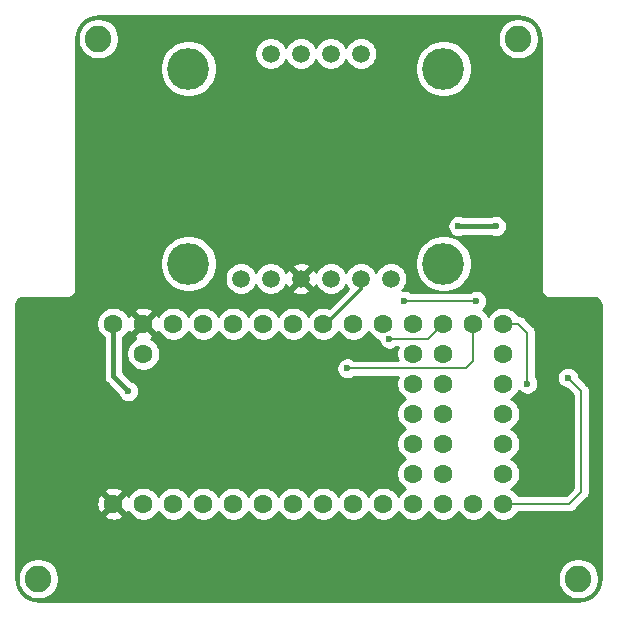
<source format=gbr>
G04 #@! TF.GenerationSoftware,KiCad,Pcbnew,(5.1.9)-1*
G04 #@! TF.CreationDate,2021-04-17T19:11:00-07:00*
G04 #@! TF.ProjectId,UAS_Teensy,5541535f-5465-4656-9e73-792e6b696361,rev?*
G04 #@! TF.SameCoordinates,Original*
G04 #@! TF.FileFunction,Copper,L2,Bot*
G04 #@! TF.FilePolarity,Positive*
%FSLAX46Y46*%
G04 Gerber Fmt 4.6, Leading zero omitted, Abs format (unit mm)*
G04 Created by KiCad (PCBNEW (5.1.9)-1) date 2021-04-17 19:11:00*
%MOMM*%
%LPD*%
G01*
G04 APERTURE LIST*
G04 #@! TA.AperFunction,ComponentPad*
%ADD10C,1.500000*%
G04 #@! TD*
G04 #@! TA.AperFunction,ComponentPad*
%ADD11C,3.540000*%
G04 #@! TD*
G04 #@! TA.AperFunction,ComponentPad*
%ADD12C,1.600000*%
G04 #@! TD*
G04 #@! TA.AperFunction,ViaPad*
%ADD13C,2.250000*%
G04 #@! TD*
G04 #@! TA.AperFunction,ViaPad*
%ADD14C,0.600000*%
G04 #@! TD*
G04 #@! TA.AperFunction,Conductor*
%ADD15C,0.200000*%
G04 #@! TD*
G04 #@! TA.AperFunction,Conductor*
%ADD16C,0.300000*%
G04 #@! TD*
G04 #@! TA.AperFunction,Conductor*
%ADD17C,0.400000*%
G04 #@! TD*
G04 #@! TA.AperFunction,Conductor*
%ADD18C,0.254000*%
G04 #@! TD*
G04 #@! TA.AperFunction,Conductor*
%ADD19C,0.100000*%
G04 #@! TD*
G04 APERTURE END LIST*
D10*
X111130000Y-76200000D03*
X108590000Y-76200000D03*
X106050000Y-76200000D03*
X103500000Y-76200000D03*
X100960000Y-76200000D03*
X98430000Y-76200000D03*
X108590000Y-57150000D03*
X106040000Y-57150000D03*
X103510000Y-57150000D03*
X100960000Y-57150000D03*
D11*
X93980000Y-74930000D03*
X115570000Y-74930000D03*
X93980000Y-58420000D03*
X115570000Y-58420000D03*
D12*
X113030000Y-92710000D03*
X115570000Y-92710000D03*
X113030000Y-90170000D03*
X115570000Y-90170000D03*
X113030000Y-87630000D03*
X115570000Y-87630000D03*
X113030000Y-85090000D03*
X115570000Y-85090000D03*
X113030000Y-82550000D03*
X115570000Y-82550000D03*
X87630000Y-95250000D03*
X90170000Y-95250000D03*
X92710000Y-95250000D03*
X95250000Y-95250000D03*
X97790000Y-95250000D03*
X100330000Y-95250000D03*
X102870000Y-95250000D03*
X105410000Y-95250000D03*
X107950000Y-95250000D03*
X110490000Y-95250000D03*
X113030000Y-95250000D03*
X115570000Y-95250000D03*
X118110000Y-95250000D03*
X90170000Y-82550000D03*
X87630000Y-80010000D03*
X90170000Y-80010000D03*
X92710000Y-80010000D03*
X95250000Y-80010000D03*
X97790000Y-80010000D03*
X100330000Y-80010000D03*
X102870000Y-80010000D03*
X105410000Y-80010000D03*
X107950000Y-80010000D03*
X110490000Y-80010000D03*
X113030000Y-80010000D03*
X115570000Y-80010000D03*
X118110000Y-80010000D03*
X120650000Y-95250000D03*
X120650000Y-92710000D03*
X120650000Y-90170000D03*
X120650000Y-80010000D03*
X120650000Y-82550000D03*
X120650000Y-85090000D03*
X120650000Y-87630000D03*
D13*
X86360000Y-55880000D03*
X121920000Y-55880000D03*
X127000000Y-101600000D03*
X81280000Y-101600000D03*
D14*
X107442000Y-83801000D03*
X110998000Y-81280000D03*
X118364000Y-78105000D03*
X112268000Y-78105000D03*
X106172000Y-98044000D03*
X106172000Y-100076000D03*
X87376000Y-66548000D03*
X118364000Y-65278000D03*
X120904000Y-65532000D03*
X89897164Y-67056000D03*
X91059000Y-99949000D03*
X91059005Y-98043995D03*
X125476000Y-83312000D03*
X85344000Y-84836000D03*
X82804000Y-84328000D03*
X120904000Y-99186986D03*
X122555006Y-102870000D03*
X88900000Y-85725000D03*
X116840000Y-71755000D03*
X120015000Y-71755000D03*
X122682000Y-85090000D03*
X126111000Y-84582000D03*
D15*
X118110000Y-83185000D02*
X118110000Y-80010000D01*
X117494000Y-83801000D02*
X118110000Y-83185000D01*
X107442000Y-83801000D02*
X117494000Y-83801000D01*
X114300000Y-81280000D02*
X115570000Y-80010000D01*
X110998000Y-81280000D02*
X114300000Y-81280000D01*
X112268000Y-78105000D02*
X118364000Y-78105000D01*
D16*
X105664000Y-80010000D02*
X108590000Y-77084000D01*
X108590000Y-77084000D02*
X108590000Y-76200000D01*
X105410000Y-80010000D02*
X105664000Y-80010000D01*
D17*
X87630000Y-82550000D02*
X87630000Y-84455000D01*
X87630000Y-84455000D02*
X88900000Y-85725000D01*
X116840000Y-71755000D02*
X119380000Y-71755000D01*
X119380000Y-71755000D02*
X120015000Y-71755000D01*
X87630000Y-82550000D02*
X87630000Y-80010000D01*
D15*
X122682000Y-80772000D02*
X122682000Y-85090000D01*
X122682000Y-80772000D02*
X121920000Y-80010000D01*
X121920000Y-80010000D02*
X120650000Y-80010000D01*
X126111000Y-84582000D02*
X127254000Y-85725000D01*
X127254000Y-85725000D02*
X127254000Y-94234000D01*
X126238000Y-95250000D02*
X120650000Y-95250000D01*
X127254000Y-94234000D02*
X126238000Y-95250000D01*
D18*
X122284545Y-54038909D02*
X122635208Y-54144780D01*
X122958625Y-54316744D01*
X123242484Y-54548254D01*
X123475965Y-54830486D01*
X123650183Y-55152695D01*
X123758502Y-55502614D01*
X123800000Y-55897443D01*
X123800001Y-77120071D01*
X123796807Y-77152500D01*
X123809550Y-77281883D01*
X123847290Y-77406293D01*
X123908575Y-77520950D01*
X123991052Y-77621448D01*
X124091550Y-77703925D01*
X124206207Y-77765210D01*
X124330617Y-77802950D01*
X124427581Y-77812500D01*
X124460000Y-77815693D01*
X124492419Y-77812500D01*
X128237721Y-77812500D01*
X128387869Y-77827222D01*
X128501246Y-77861453D01*
X128605819Y-77917055D01*
X128697596Y-77991907D01*
X128773091Y-78083164D01*
X128829419Y-78187344D01*
X128864440Y-78300476D01*
X128880000Y-78448522D01*
X128880001Y-101567701D01*
X128841090Y-101964545D01*
X128735220Y-102315205D01*
X128563256Y-102638622D01*
X128331749Y-102922479D01*
X128049509Y-103155968D01*
X127727306Y-103330182D01*
X127377385Y-103438501D01*
X126982557Y-103479999D01*
X81312270Y-103479999D01*
X80915456Y-103441091D01*
X80564795Y-103335220D01*
X80241378Y-103163257D01*
X79957519Y-102931748D01*
X79724036Y-102649514D01*
X79549817Y-102327304D01*
X79441499Y-101977385D01*
X79400001Y-101582557D01*
X79400001Y-101426655D01*
X79520000Y-101426655D01*
X79520000Y-101773345D01*
X79587636Y-102113373D01*
X79720308Y-102433673D01*
X79912919Y-102721935D01*
X80158065Y-102967081D01*
X80446327Y-103159692D01*
X80766627Y-103292364D01*
X81106655Y-103360000D01*
X81453345Y-103360000D01*
X81793373Y-103292364D01*
X82113673Y-103159692D01*
X82401935Y-102967081D01*
X82647081Y-102721935D01*
X82839692Y-102433673D01*
X82972364Y-102113373D01*
X83040000Y-101773345D01*
X83040000Y-101426655D01*
X125240000Y-101426655D01*
X125240000Y-101773345D01*
X125307636Y-102113373D01*
X125440308Y-102433673D01*
X125632919Y-102721935D01*
X125878065Y-102967081D01*
X126166327Y-103159692D01*
X126486627Y-103292364D01*
X126826655Y-103360000D01*
X127173345Y-103360000D01*
X127513373Y-103292364D01*
X127833673Y-103159692D01*
X128121935Y-102967081D01*
X128367081Y-102721935D01*
X128559692Y-102433673D01*
X128692364Y-102113373D01*
X128760000Y-101773345D01*
X128760000Y-101426655D01*
X128692364Y-101086627D01*
X128559692Y-100766327D01*
X128367081Y-100478065D01*
X128121935Y-100232919D01*
X127833673Y-100040308D01*
X127513373Y-99907636D01*
X127173345Y-99840000D01*
X126826655Y-99840000D01*
X126486627Y-99907636D01*
X126166327Y-100040308D01*
X125878065Y-100232919D01*
X125632919Y-100478065D01*
X125440308Y-100766327D01*
X125307636Y-101086627D01*
X125240000Y-101426655D01*
X83040000Y-101426655D01*
X82972364Y-101086627D01*
X82839692Y-100766327D01*
X82647081Y-100478065D01*
X82401935Y-100232919D01*
X82113673Y-100040308D01*
X81793373Y-99907636D01*
X81453345Y-99840000D01*
X81106655Y-99840000D01*
X80766627Y-99907636D01*
X80446327Y-100040308D01*
X80158065Y-100232919D01*
X79912919Y-100478065D01*
X79720308Y-100766327D01*
X79587636Y-101086627D01*
X79520000Y-101426655D01*
X79400001Y-101426655D01*
X79400001Y-96242702D01*
X86816903Y-96242702D01*
X86888486Y-96486671D01*
X87143996Y-96607571D01*
X87418184Y-96676300D01*
X87700512Y-96690217D01*
X87980130Y-96648787D01*
X88246292Y-96553603D01*
X88371514Y-96486671D01*
X88443097Y-96242702D01*
X87630000Y-95429605D01*
X86816903Y-96242702D01*
X79400001Y-96242702D01*
X79400001Y-95320512D01*
X86189783Y-95320512D01*
X86231213Y-95600130D01*
X86326397Y-95866292D01*
X86393329Y-95991514D01*
X86637298Y-96063097D01*
X87450395Y-95250000D01*
X87809605Y-95250000D01*
X88622702Y-96063097D01*
X88866671Y-95991514D01*
X88897194Y-95927008D01*
X88898320Y-95929727D01*
X89055363Y-96164759D01*
X89255241Y-96364637D01*
X89490273Y-96521680D01*
X89751426Y-96629853D01*
X90028665Y-96685000D01*
X90311335Y-96685000D01*
X90588574Y-96629853D01*
X90849727Y-96521680D01*
X91084759Y-96364637D01*
X91284637Y-96164759D01*
X91440000Y-95932241D01*
X91595363Y-96164759D01*
X91795241Y-96364637D01*
X92030273Y-96521680D01*
X92291426Y-96629853D01*
X92568665Y-96685000D01*
X92851335Y-96685000D01*
X93128574Y-96629853D01*
X93389727Y-96521680D01*
X93624759Y-96364637D01*
X93824637Y-96164759D01*
X93980000Y-95932241D01*
X94135363Y-96164759D01*
X94335241Y-96364637D01*
X94570273Y-96521680D01*
X94831426Y-96629853D01*
X95108665Y-96685000D01*
X95391335Y-96685000D01*
X95668574Y-96629853D01*
X95929727Y-96521680D01*
X96164759Y-96364637D01*
X96364637Y-96164759D01*
X96520000Y-95932241D01*
X96675363Y-96164759D01*
X96875241Y-96364637D01*
X97110273Y-96521680D01*
X97371426Y-96629853D01*
X97648665Y-96685000D01*
X97931335Y-96685000D01*
X98208574Y-96629853D01*
X98469727Y-96521680D01*
X98704759Y-96364637D01*
X98904637Y-96164759D01*
X99060000Y-95932241D01*
X99215363Y-96164759D01*
X99415241Y-96364637D01*
X99650273Y-96521680D01*
X99911426Y-96629853D01*
X100188665Y-96685000D01*
X100471335Y-96685000D01*
X100748574Y-96629853D01*
X101009727Y-96521680D01*
X101244759Y-96364637D01*
X101444637Y-96164759D01*
X101600000Y-95932241D01*
X101755363Y-96164759D01*
X101955241Y-96364637D01*
X102190273Y-96521680D01*
X102451426Y-96629853D01*
X102728665Y-96685000D01*
X103011335Y-96685000D01*
X103288574Y-96629853D01*
X103549727Y-96521680D01*
X103784759Y-96364637D01*
X103984637Y-96164759D01*
X104140000Y-95932241D01*
X104295363Y-96164759D01*
X104495241Y-96364637D01*
X104730273Y-96521680D01*
X104991426Y-96629853D01*
X105268665Y-96685000D01*
X105551335Y-96685000D01*
X105828574Y-96629853D01*
X106089727Y-96521680D01*
X106324759Y-96364637D01*
X106524637Y-96164759D01*
X106680000Y-95932241D01*
X106835363Y-96164759D01*
X107035241Y-96364637D01*
X107270273Y-96521680D01*
X107531426Y-96629853D01*
X107808665Y-96685000D01*
X108091335Y-96685000D01*
X108368574Y-96629853D01*
X108629727Y-96521680D01*
X108864759Y-96364637D01*
X109064637Y-96164759D01*
X109220000Y-95932241D01*
X109375363Y-96164759D01*
X109575241Y-96364637D01*
X109810273Y-96521680D01*
X110071426Y-96629853D01*
X110348665Y-96685000D01*
X110631335Y-96685000D01*
X110908574Y-96629853D01*
X111169727Y-96521680D01*
X111404759Y-96364637D01*
X111604637Y-96164759D01*
X111760000Y-95932241D01*
X111915363Y-96164759D01*
X112115241Y-96364637D01*
X112350273Y-96521680D01*
X112611426Y-96629853D01*
X112888665Y-96685000D01*
X113171335Y-96685000D01*
X113448574Y-96629853D01*
X113709727Y-96521680D01*
X113944759Y-96364637D01*
X114144637Y-96164759D01*
X114300000Y-95932241D01*
X114455363Y-96164759D01*
X114655241Y-96364637D01*
X114890273Y-96521680D01*
X115151426Y-96629853D01*
X115428665Y-96685000D01*
X115711335Y-96685000D01*
X115988574Y-96629853D01*
X116249727Y-96521680D01*
X116484759Y-96364637D01*
X116684637Y-96164759D01*
X116840000Y-95932241D01*
X116995363Y-96164759D01*
X117195241Y-96364637D01*
X117430273Y-96521680D01*
X117691426Y-96629853D01*
X117968665Y-96685000D01*
X118251335Y-96685000D01*
X118528574Y-96629853D01*
X118789727Y-96521680D01*
X119024759Y-96364637D01*
X119224637Y-96164759D01*
X119380000Y-95932241D01*
X119535363Y-96164759D01*
X119735241Y-96364637D01*
X119970273Y-96521680D01*
X120231426Y-96629853D01*
X120508665Y-96685000D01*
X120791335Y-96685000D01*
X121068574Y-96629853D01*
X121329727Y-96521680D01*
X121564759Y-96364637D01*
X121764637Y-96164759D01*
X121884748Y-95985000D01*
X126201895Y-95985000D01*
X126238000Y-95988556D01*
X126274105Y-95985000D01*
X126382085Y-95974365D01*
X126520633Y-95932337D01*
X126648320Y-95864087D01*
X126760238Y-95772238D01*
X126783258Y-95744188D01*
X127748193Y-94779254D01*
X127776238Y-94756238D01*
X127868087Y-94644320D01*
X127936337Y-94516633D01*
X127978365Y-94378085D01*
X127989000Y-94270105D01*
X127992556Y-94234000D01*
X127989000Y-94197895D01*
X127989000Y-85761096D01*
X127992555Y-85724999D01*
X127989000Y-85688902D01*
X127989000Y-85688895D01*
X127978365Y-85580915D01*
X127936337Y-85442367D01*
X127868087Y-85314680D01*
X127822271Y-85258854D01*
X127799253Y-85230806D01*
X127799250Y-85230803D01*
X127776237Y-85202762D01*
X127748197Y-85179750D01*
X127042932Y-84474485D01*
X127010068Y-84309271D01*
X126939586Y-84139111D01*
X126837262Y-83985972D01*
X126707028Y-83855738D01*
X126553889Y-83753414D01*
X126383729Y-83682932D01*
X126203089Y-83647000D01*
X126018911Y-83647000D01*
X125838271Y-83682932D01*
X125668111Y-83753414D01*
X125514972Y-83855738D01*
X125384738Y-83985972D01*
X125282414Y-84139111D01*
X125211932Y-84309271D01*
X125176000Y-84489911D01*
X125176000Y-84674089D01*
X125211932Y-84854729D01*
X125282414Y-85024889D01*
X125384738Y-85178028D01*
X125514972Y-85308262D01*
X125668111Y-85410586D01*
X125838271Y-85481068D01*
X126003485Y-85513932D01*
X126519000Y-86029447D01*
X126519001Y-93929552D01*
X125933554Y-94515000D01*
X121884748Y-94515000D01*
X121764637Y-94335241D01*
X121564759Y-94135363D01*
X121332241Y-93980000D01*
X121564759Y-93824637D01*
X121764637Y-93624759D01*
X121921680Y-93389727D01*
X122029853Y-93128574D01*
X122085000Y-92851335D01*
X122085000Y-92568665D01*
X122029853Y-92291426D01*
X121921680Y-92030273D01*
X121764637Y-91795241D01*
X121564759Y-91595363D01*
X121332241Y-91440000D01*
X121564759Y-91284637D01*
X121764637Y-91084759D01*
X121921680Y-90849727D01*
X122029853Y-90588574D01*
X122085000Y-90311335D01*
X122085000Y-90028665D01*
X122029853Y-89751426D01*
X121921680Y-89490273D01*
X121764637Y-89255241D01*
X121564759Y-89055363D01*
X121332241Y-88900000D01*
X121564759Y-88744637D01*
X121764637Y-88544759D01*
X121921680Y-88309727D01*
X122029853Y-88048574D01*
X122085000Y-87771335D01*
X122085000Y-87488665D01*
X122029853Y-87211426D01*
X121921680Y-86950273D01*
X121764637Y-86715241D01*
X121564759Y-86515363D01*
X121332241Y-86360000D01*
X121564759Y-86204637D01*
X121764637Y-86004759D01*
X121921680Y-85769727D01*
X121956170Y-85686460D01*
X122085972Y-85816262D01*
X122239111Y-85918586D01*
X122409271Y-85989068D01*
X122589911Y-86025000D01*
X122774089Y-86025000D01*
X122954729Y-85989068D01*
X123124889Y-85918586D01*
X123278028Y-85816262D01*
X123408262Y-85686028D01*
X123510586Y-85532889D01*
X123581068Y-85362729D01*
X123617000Y-85182089D01*
X123617000Y-84997911D01*
X123581068Y-84817271D01*
X123510586Y-84647111D01*
X123417000Y-84507049D01*
X123417000Y-80808105D01*
X123420556Y-80772000D01*
X123406365Y-80627915D01*
X123364337Y-80489366D01*
X123296087Y-80361680D01*
X123227253Y-80277806D01*
X123227250Y-80277803D01*
X123204237Y-80249762D01*
X123176197Y-80226750D01*
X122465258Y-79515812D01*
X122442238Y-79487762D01*
X122330320Y-79395913D01*
X122202633Y-79327663D01*
X122064085Y-79285635D01*
X121956105Y-79275000D01*
X121920000Y-79271444D01*
X121884695Y-79274921D01*
X121764637Y-79095241D01*
X121564759Y-78895363D01*
X121329727Y-78738320D01*
X121068574Y-78630147D01*
X120791335Y-78575000D01*
X120508665Y-78575000D01*
X120231426Y-78630147D01*
X119970273Y-78738320D01*
X119735241Y-78895363D01*
X119535363Y-79095241D01*
X119380000Y-79327759D01*
X119224637Y-79095241D01*
X119024759Y-78895363D01*
X118944426Y-78841687D01*
X118960028Y-78831262D01*
X119090262Y-78701028D01*
X119192586Y-78547889D01*
X119263068Y-78377729D01*
X119299000Y-78197089D01*
X119299000Y-78012911D01*
X119263068Y-77832271D01*
X119192586Y-77662111D01*
X119090262Y-77508972D01*
X118960028Y-77378738D01*
X118806889Y-77276414D01*
X118636729Y-77205932D01*
X118456089Y-77170000D01*
X118271911Y-77170000D01*
X118091271Y-77205932D01*
X117921111Y-77276414D01*
X117781049Y-77370000D01*
X112850951Y-77370000D01*
X112710889Y-77276414D01*
X112540729Y-77205932D01*
X112360089Y-77170000D01*
X112175911Y-77170000D01*
X112104475Y-77184210D01*
X112205799Y-77082886D01*
X112357371Y-76856043D01*
X112461775Y-76603989D01*
X112515000Y-76336411D01*
X112515000Y-76063589D01*
X112461775Y-75796011D01*
X112357371Y-75543957D01*
X112205799Y-75317114D01*
X112012886Y-75124201D01*
X111786043Y-74972629D01*
X111533989Y-74868225D01*
X111266411Y-74815000D01*
X110993589Y-74815000D01*
X110726011Y-74868225D01*
X110473957Y-74972629D01*
X110247114Y-75124201D01*
X110054201Y-75317114D01*
X109902629Y-75543957D01*
X109860000Y-75646873D01*
X109817371Y-75543957D01*
X109665799Y-75317114D01*
X109472886Y-75124201D01*
X109246043Y-74972629D01*
X108993989Y-74868225D01*
X108726411Y-74815000D01*
X108453589Y-74815000D01*
X108186011Y-74868225D01*
X107933957Y-74972629D01*
X107707114Y-75124201D01*
X107514201Y-75317114D01*
X107362629Y-75543957D01*
X107320000Y-75646873D01*
X107277371Y-75543957D01*
X107125799Y-75317114D01*
X106932886Y-75124201D01*
X106706043Y-74972629D01*
X106453989Y-74868225D01*
X106186411Y-74815000D01*
X105913589Y-74815000D01*
X105646011Y-74868225D01*
X105393957Y-74972629D01*
X105167114Y-75124201D01*
X104974201Y-75317114D01*
X104822629Y-75543957D01*
X104776147Y-75656175D01*
X104756277Y-75601168D01*
X104695860Y-75488137D01*
X104456993Y-75422612D01*
X103679605Y-76200000D01*
X104456993Y-76977388D01*
X104695860Y-76911863D01*
X104775476Y-76742205D01*
X104822629Y-76856043D01*
X104974201Y-77082886D01*
X105167114Y-77275799D01*
X105393957Y-77427371D01*
X105646011Y-77531775D01*
X105913589Y-77585000D01*
X106186411Y-77585000D01*
X106453989Y-77531775D01*
X106706043Y-77427371D01*
X106932886Y-77275799D01*
X107125799Y-77082886D01*
X107277371Y-76856043D01*
X107320000Y-76753127D01*
X107362629Y-76856043D01*
X107500885Y-77062958D01*
X105902907Y-78660936D01*
X105828574Y-78630147D01*
X105551335Y-78575000D01*
X105268665Y-78575000D01*
X104991426Y-78630147D01*
X104730273Y-78738320D01*
X104495241Y-78895363D01*
X104295363Y-79095241D01*
X104140000Y-79327759D01*
X103984637Y-79095241D01*
X103784759Y-78895363D01*
X103549727Y-78738320D01*
X103288574Y-78630147D01*
X103011335Y-78575000D01*
X102728665Y-78575000D01*
X102451426Y-78630147D01*
X102190273Y-78738320D01*
X101955241Y-78895363D01*
X101755363Y-79095241D01*
X101600000Y-79327759D01*
X101444637Y-79095241D01*
X101244759Y-78895363D01*
X101009727Y-78738320D01*
X100748574Y-78630147D01*
X100471335Y-78575000D01*
X100188665Y-78575000D01*
X99911426Y-78630147D01*
X99650273Y-78738320D01*
X99415241Y-78895363D01*
X99215363Y-79095241D01*
X99060000Y-79327759D01*
X98904637Y-79095241D01*
X98704759Y-78895363D01*
X98469727Y-78738320D01*
X98208574Y-78630147D01*
X97931335Y-78575000D01*
X97648665Y-78575000D01*
X97371426Y-78630147D01*
X97110273Y-78738320D01*
X96875241Y-78895363D01*
X96675363Y-79095241D01*
X96520000Y-79327759D01*
X96364637Y-79095241D01*
X96164759Y-78895363D01*
X95929727Y-78738320D01*
X95668574Y-78630147D01*
X95391335Y-78575000D01*
X95108665Y-78575000D01*
X94831426Y-78630147D01*
X94570273Y-78738320D01*
X94335241Y-78895363D01*
X94135363Y-79095241D01*
X93980000Y-79327759D01*
X93824637Y-79095241D01*
X93624759Y-78895363D01*
X93389727Y-78738320D01*
X93128574Y-78630147D01*
X92851335Y-78575000D01*
X92568665Y-78575000D01*
X92291426Y-78630147D01*
X92030273Y-78738320D01*
X91795241Y-78895363D01*
X91595363Y-79095241D01*
X91439085Y-79329128D01*
X91406671Y-79268486D01*
X91162702Y-79196903D01*
X90349605Y-80010000D01*
X91162702Y-80823097D01*
X91406671Y-80751514D01*
X91437194Y-80687008D01*
X91438320Y-80689727D01*
X91595363Y-80924759D01*
X91795241Y-81124637D01*
X92030273Y-81281680D01*
X92291426Y-81389853D01*
X92568665Y-81445000D01*
X92851335Y-81445000D01*
X93128574Y-81389853D01*
X93389727Y-81281680D01*
X93624759Y-81124637D01*
X93824637Y-80924759D01*
X93980000Y-80692241D01*
X94135363Y-80924759D01*
X94335241Y-81124637D01*
X94570273Y-81281680D01*
X94831426Y-81389853D01*
X95108665Y-81445000D01*
X95391335Y-81445000D01*
X95668574Y-81389853D01*
X95929727Y-81281680D01*
X96164759Y-81124637D01*
X96364637Y-80924759D01*
X96520000Y-80692241D01*
X96675363Y-80924759D01*
X96875241Y-81124637D01*
X97110273Y-81281680D01*
X97371426Y-81389853D01*
X97648665Y-81445000D01*
X97931335Y-81445000D01*
X98208574Y-81389853D01*
X98469727Y-81281680D01*
X98704759Y-81124637D01*
X98904637Y-80924759D01*
X99060000Y-80692241D01*
X99215363Y-80924759D01*
X99415241Y-81124637D01*
X99650273Y-81281680D01*
X99911426Y-81389853D01*
X100188665Y-81445000D01*
X100471335Y-81445000D01*
X100748574Y-81389853D01*
X101009727Y-81281680D01*
X101244759Y-81124637D01*
X101444637Y-80924759D01*
X101600000Y-80692241D01*
X101755363Y-80924759D01*
X101955241Y-81124637D01*
X102190273Y-81281680D01*
X102451426Y-81389853D01*
X102728665Y-81445000D01*
X103011335Y-81445000D01*
X103288574Y-81389853D01*
X103549727Y-81281680D01*
X103784759Y-81124637D01*
X103984637Y-80924759D01*
X104140000Y-80692241D01*
X104295363Y-80924759D01*
X104495241Y-81124637D01*
X104730273Y-81281680D01*
X104991426Y-81389853D01*
X105268665Y-81445000D01*
X105551335Y-81445000D01*
X105828574Y-81389853D01*
X106089727Y-81281680D01*
X106324759Y-81124637D01*
X106524637Y-80924759D01*
X106680000Y-80692241D01*
X106835363Y-80924759D01*
X107035241Y-81124637D01*
X107270273Y-81281680D01*
X107531426Y-81389853D01*
X107808665Y-81445000D01*
X108091335Y-81445000D01*
X108368574Y-81389853D01*
X108629727Y-81281680D01*
X108864759Y-81124637D01*
X109064637Y-80924759D01*
X109220000Y-80692241D01*
X109375363Y-80924759D01*
X109575241Y-81124637D01*
X109810273Y-81281680D01*
X110066094Y-81387645D01*
X110098932Y-81552729D01*
X110169414Y-81722889D01*
X110271738Y-81876028D01*
X110401972Y-82006262D01*
X110555111Y-82108586D01*
X110725271Y-82179068D01*
X110905911Y-82215000D01*
X111090089Y-82215000D01*
X111270729Y-82179068D01*
X111440889Y-82108586D01*
X111580951Y-82015000D01*
X111698372Y-82015000D01*
X111650147Y-82131426D01*
X111595000Y-82408665D01*
X111595000Y-82691335D01*
X111650147Y-82968574D01*
X111690502Y-83066000D01*
X108024951Y-83066000D01*
X107884889Y-82972414D01*
X107714729Y-82901932D01*
X107534089Y-82866000D01*
X107349911Y-82866000D01*
X107169271Y-82901932D01*
X106999111Y-82972414D01*
X106845972Y-83074738D01*
X106715738Y-83204972D01*
X106613414Y-83358111D01*
X106542932Y-83528271D01*
X106507000Y-83708911D01*
X106507000Y-83893089D01*
X106542932Y-84073729D01*
X106613414Y-84243889D01*
X106715738Y-84397028D01*
X106845972Y-84527262D01*
X106999111Y-84629586D01*
X107169271Y-84700068D01*
X107349911Y-84736000D01*
X107534089Y-84736000D01*
X107714729Y-84700068D01*
X107884889Y-84629586D01*
X108024951Y-84536000D01*
X111706242Y-84536000D01*
X111650147Y-84671426D01*
X111595000Y-84948665D01*
X111595000Y-85231335D01*
X111650147Y-85508574D01*
X111758320Y-85769727D01*
X111915363Y-86004759D01*
X112115241Y-86204637D01*
X112347759Y-86360000D01*
X112115241Y-86515363D01*
X111915363Y-86715241D01*
X111758320Y-86950273D01*
X111650147Y-87211426D01*
X111595000Y-87488665D01*
X111595000Y-87771335D01*
X111650147Y-88048574D01*
X111758320Y-88309727D01*
X111915363Y-88544759D01*
X112115241Y-88744637D01*
X112347759Y-88900000D01*
X112115241Y-89055363D01*
X111915363Y-89255241D01*
X111758320Y-89490273D01*
X111650147Y-89751426D01*
X111595000Y-90028665D01*
X111595000Y-90311335D01*
X111650147Y-90588574D01*
X111758320Y-90849727D01*
X111915363Y-91084759D01*
X112115241Y-91284637D01*
X112347759Y-91440000D01*
X112115241Y-91595363D01*
X111915363Y-91795241D01*
X111758320Y-92030273D01*
X111650147Y-92291426D01*
X111595000Y-92568665D01*
X111595000Y-92851335D01*
X111650147Y-93128574D01*
X111758320Y-93389727D01*
X111915363Y-93624759D01*
X112115241Y-93824637D01*
X112347759Y-93980000D01*
X112115241Y-94135363D01*
X111915363Y-94335241D01*
X111760000Y-94567759D01*
X111604637Y-94335241D01*
X111404759Y-94135363D01*
X111169727Y-93978320D01*
X110908574Y-93870147D01*
X110631335Y-93815000D01*
X110348665Y-93815000D01*
X110071426Y-93870147D01*
X109810273Y-93978320D01*
X109575241Y-94135363D01*
X109375363Y-94335241D01*
X109220000Y-94567759D01*
X109064637Y-94335241D01*
X108864759Y-94135363D01*
X108629727Y-93978320D01*
X108368574Y-93870147D01*
X108091335Y-93815000D01*
X107808665Y-93815000D01*
X107531426Y-93870147D01*
X107270273Y-93978320D01*
X107035241Y-94135363D01*
X106835363Y-94335241D01*
X106680000Y-94567759D01*
X106524637Y-94335241D01*
X106324759Y-94135363D01*
X106089727Y-93978320D01*
X105828574Y-93870147D01*
X105551335Y-93815000D01*
X105268665Y-93815000D01*
X104991426Y-93870147D01*
X104730273Y-93978320D01*
X104495241Y-94135363D01*
X104295363Y-94335241D01*
X104140000Y-94567759D01*
X103984637Y-94335241D01*
X103784759Y-94135363D01*
X103549727Y-93978320D01*
X103288574Y-93870147D01*
X103011335Y-93815000D01*
X102728665Y-93815000D01*
X102451426Y-93870147D01*
X102190273Y-93978320D01*
X101955241Y-94135363D01*
X101755363Y-94335241D01*
X101600000Y-94567759D01*
X101444637Y-94335241D01*
X101244759Y-94135363D01*
X101009727Y-93978320D01*
X100748574Y-93870147D01*
X100471335Y-93815000D01*
X100188665Y-93815000D01*
X99911426Y-93870147D01*
X99650273Y-93978320D01*
X99415241Y-94135363D01*
X99215363Y-94335241D01*
X99060000Y-94567759D01*
X98904637Y-94335241D01*
X98704759Y-94135363D01*
X98469727Y-93978320D01*
X98208574Y-93870147D01*
X97931335Y-93815000D01*
X97648665Y-93815000D01*
X97371426Y-93870147D01*
X97110273Y-93978320D01*
X96875241Y-94135363D01*
X96675363Y-94335241D01*
X96520000Y-94567759D01*
X96364637Y-94335241D01*
X96164759Y-94135363D01*
X95929727Y-93978320D01*
X95668574Y-93870147D01*
X95391335Y-93815000D01*
X95108665Y-93815000D01*
X94831426Y-93870147D01*
X94570273Y-93978320D01*
X94335241Y-94135363D01*
X94135363Y-94335241D01*
X93980000Y-94567759D01*
X93824637Y-94335241D01*
X93624759Y-94135363D01*
X93389727Y-93978320D01*
X93128574Y-93870147D01*
X92851335Y-93815000D01*
X92568665Y-93815000D01*
X92291426Y-93870147D01*
X92030273Y-93978320D01*
X91795241Y-94135363D01*
X91595363Y-94335241D01*
X91440000Y-94567759D01*
X91284637Y-94335241D01*
X91084759Y-94135363D01*
X90849727Y-93978320D01*
X90588574Y-93870147D01*
X90311335Y-93815000D01*
X90028665Y-93815000D01*
X89751426Y-93870147D01*
X89490273Y-93978320D01*
X89255241Y-94135363D01*
X89055363Y-94335241D01*
X88899085Y-94569128D01*
X88866671Y-94508486D01*
X88622702Y-94436903D01*
X87809605Y-95250000D01*
X87450395Y-95250000D01*
X86637298Y-94436903D01*
X86393329Y-94508486D01*
X86272429Y-94763996D01*
X86203700Y-95038184D01*
X86189783Y-95320512D01*
X79400001Y-95320512D01*
X79400001Y-94257298D01*
X86816903Y-94257298D01*
X87630000Y-95070395D01*
X88443097Y-94257298D01*
X88371514Y-94013329D01*
X88116004Y-93892429D01*
X87841816Y-93823700D01*
X87559488Y-93809783D01*
X87279870Y-93851213D01*
X87013708Y-93946397D01*
X86888486Y-94013329D01*
X86816903Y-94257298D01*
X79400001Y-94257298D01*
X79400001Y-79868665D01*
X86195000Y-79868665D01*
X86195000Y-80151335D01*
X86250147Y-80428574D01*
X86358320Y-80689727D01*
X86515363Y-80924759D01*
X86715241Y-81124637D01*
X86795001Y-81177930D01*
X86795000Y-82508981D01*
X86795000Y-82508982D01*
X86795001Y-84413972D01*
X86790960Y-84455000D01*
X86807082Y-84618688D01*
X86854828Y-84776086D01*
X86896864Y-84854729D01*
X86932365Y-84921146D01*
X87036710Y-85048291D01*
X87068574Y-85074441D01*
X88007346Y-86013214D01*
X88071414Y-86167889D01*
X88173738Y-86321028D01*
X88303972Y-86451262D01*
X88457111Y-86553586D01*
X88627271Y-86624068D01*
X88807911Y-86660000D01*
X88992089Y-86660000D01*
X89172729Y-86624068D01*
X89342889Y-86553586D01*
X89496028Y-86451262D01*
X89626262Y-86321028D01*
X89728586Y-86167889D01*
X89799068Y-85997729D01*
X89835000Y-85817089D01*
X89835000Y-85632911D01*
X89799068Y-85452271D01*
X89728586Y-85282111D01*
X89626262Y-85128972D01*
X89496028Y-84998738D01*
X89342889Y-84896414D01*
X89188214Y-84832346D01*
X88465000Y-84109133D01*
X88465000Y-82408665D01*
X88735000Y-82408665D01*
X88735000Y-82691335D01*
X88790147Y-82968574D01*
X88898320Y-83229727D01*
X89055363Y-83464759D01*
X89255241Y-83664637D01*
X89490273Y-83821680D01*
X89751426Y-83929853D01*
X90028665Y-83985000D01*
X90311335Y-83985000D01*
X90588574Y-83929853D01*
X90849727Y-83821680D01*
X91084759Y-83664637D01*
X91284637Y-83464759D01*
X91441680Y-83229727D01*
X91549853Y-82968574D01*
X91605000Y-82691335D01*
X91605000Y-82408665D01*
X91549853Y-82131426D01*
X91441680Y-81870273D01*
X91284637Y-81635241D01*
X91084759Y-81435363D01*
X90850872Y-81279085D01*
X90911514Y-81246671D01*
X90983097Y-81002702D01*
X90170000Y-80189605D01*
X89356903Y-81002702D01*
X89428486Y-81246671D01*
X89492992Y-81277194D01*
X89490273Y-81278320D01*
X89255241Y-81435363D01*
X89055363Y-81635241D01*
X88898320Y-81870273D01*
X88790147Y-82131426D01*
X88735000Y-82408665D01*
X88465000Y-82408665D01*
X88465000Y-81177930D01*
X88544759Y-81124637D01*
X88744637Y-80924759D01*
X88900915Y-80690872D01*
X88933329Y-80751514D01*
X89177298Y-80823097D01*
X89990395Y-80010000D01*
X89177298Y-79196903D01*
X88933329Y-79268486D01*
X88902806Y-79332992D01*
X88901680Y-79330273D01*
X88744637Y-79095241D01*
X88666694Y-79017298D01*
X89356903Y-79017298D01*
X90170000Y-79830395D01*
X90983097Y-79017298D01*
X90911514Y-78773329D01*
X90656004Y-78652429D01*
X90381816Y-78583700D01*
X90099488Y-78569783D01*
X89819870Y-78611213D01*
X89553708Y-78706397D01*
X89428486Y-78773329D01*
X89356903Y-79017298D01*
X88666694Y-79017298D01*
X88544759Y-78895363D01*
X88309727Y-78738320D01*
X88048574Y-78630147D01*
X87771335Y-78575000D01*
X87488665Y-78575000D01*
X87211426Y-78630147D01*
X86950273Y-78738320D01*
X86715241Y-78895363D01*
X86515363Y-79095241D01*
X86358320Y-79330273D01*
X86250147Y-79591426D01*
X86195000Y-79868665D01*
X79400001Y-79868665D01*
X79400001Y-78454779D01*
X79414723Y-78304631D01*
X79448954Y-78191254D01*
X79504556Y-78086681D01*
X79579408Y-77994904D01*
X79670665Y-77919409D01*
X79774845Y-77863081D01*
X79887977Y-77828060D01*
X80036023Y-77812500D01*
X83787581Y-77812500D01*
X83820000Y-77815693D01*
X83852419Y-77812500D01*
X83949383Y-77802950D01*
X84073793Y-77765210D01*
X84188450Y-77703925D01*
X84288948Y-77621448D01*
X84371425Y-77520950D01*
X84432710Y-77406293D01*
X84470450Y-77281883D01*
X84483193Y-77152500D01*
X84480000Y-77120081D01*
X84480000Y-74693128D01*
X91575000Y-74693128D01*
X91575000Y-75166872D01*
X91667423Y-75631513D01*
X91848716Y-76069195D01*
X92111914Y-76463098D01*
X92446902Y-76798086D01*
X92840805Y-77061284D01*
X93278487Y-77242577D01*
X93743128Y-77335000D01*
X94216872Y-77335000D01*
X94681513Y-77242577D01*
X95119195Y-77061284D01*
X95513098Y-76798086D01*
X95848086Y-76463098D01*
X96111284Y-76069195D01*
X96113606Y-76063589D01*
X97045000Y-76063589D01*
X97045000Y-76336411D01*
X97098225Y-76603989D01*
X97202629Y-76856043D01*
X97354201Y-77082886D01*
X97547114Y-77275799D01*
X97773957Y-77427371D01*
X98026011Y-77531775D01*
X98293589Y-77585000D01*
X98566411Y-77585000D01*
X98833989Y-77531775D01*
X99086043Y-77427371D01*
X99312886Y-77275799D01*
X99505799Y-77082886D01*
X99657371Y-76856043D01*
X99695000Y-76765198D01*
X99732629Y-76856043D01*
X99884201Y-77082886D01*
X100077114Y-77275799D01*
X100303957Y-77427371D01*
X100556011Y-77531775D01*
X100823589Y-77585000D01*
X101096411Y-77585000D01*
X101363989Y-77531775D01*
X101616043Y-77427371D01*
X101842886Y-77275799D01*
X101961692Y-77156993D01*
X102722612Y-77156993D01*
X102788137Y-77395860D01*
X103035116Y-77511760D01*
X103299960Y-77577250D01*
X103572492Y-77589812D01*
X103842238Y-77548965D01*
X104098832Y-77456277D01*
X104211863Y-77395860D01*
X104277388Y-77156993D01*
X103500000Y-76379605D01*
X102722612Y-77156993D01*
X101961692Y-77156993D01*
X102035799Y-77082886D01*
X102187371Y-76856043D01*
X102228511Y-76756721D01*
X102243723Y-76798832D01*
X102304140Y-76911863D01*
X102543007Y-76977388D01*
X103320395Y-76200000D01*
X102543007Y-75422612D01*
X102304140Y-75488137D01*
X102229836Y-75646477D01*
X102187371Y-75543957D01*
X102035799Y-75317114D01*
X101961692Y-75243007D01*
X102722612Y-75243007D01*
X103500000Y-76020395D01*
X104277388Y-75243007D01*
X104211863Y-75004140D01*
X103964884Y-74888240D01*
X103700040Y-74822750D01*
X103427508Y-74810188D01*
X103157762Y-74851035D01*
X102901168Y-74943723D01*
X102788137Y-75004140D01*
X102722612Y-75243007D01*
X101961692Y-75243007D01*
X101842886Y-75124201D01*
X101616043Y-74972629D01*
X101363989Y-74868225D01*
X101096411Y-74815000D01*
X100823589Y-74815000D01*
X100556011Y-74868225D01*
X100303957Y-74972629D01*
X100077114Y-75124201D01*
X99884201Y-75317114D01*
X99732629Y-75543957D01*
X99695000Y-75634802D01*
X99657371Y-75543957D01*
X99505799Y-75317114D01*
X99312886Y-75124201D01*
X99086043Y-74972629D01*
X98833989Y-74868225D01*
X98566411Y-74815000D01*
X98293589Y-74815000D01*
X98026011Y-74868225D01*
X97773957Y-74972629D01*
X97547114Y-75124201D01*
X97354201Y-75317114D01*
X97202629Y-75543957D01*
X97098225Y-75796011D01*
X97045000Y-76063589D01*
X96113606Y-76063589D01*
X96292577Y-75631513D01*
X96385000Y-75166872D01*
X96385000Y-74693128D01*
X113165000Y-74693128D01*
X113165000Y-75166872D01*
X113257423Y-75631513D01*
X113438716Y-76069195D01*
X113701914Y-76463098D01*
X114036902Y-76798086D01*
X114430805Y-77061284D01*
X114868487Y-77242577D01*
X115333128Y-77335000D01*
X115806872Y-77335000D01*
X116271513Y-77242577D01*
X116709195Y-77061284D01*
X117103098Y-76798086D01*
X117438086Y-76463098D01*
X117701284Y-76069195D01*
X117882577Y-75631513D01*
X117975000Y-75166872D01*
X117975000Y-74693128D01*
X117882577Y-74228487D01*
X117701284Y-73790805D01*
X117438086Y-73396902D01*
X117103098Y-73061914D01*
X116709195Y-72798716D01*
X116271513Y-72617423D01*
X115806872Y-72525000D01*
X115333128Y-72525000D01*
X114868487Y-72617423D01*
X114430805Y-72798716D01*
X114036902Y-73061914D01*
X113701914Y-73396902D01*
X113438716Y-73790805D01*
X113257423Y-74228487D01*
X113165000Y-74693128D01*
X96385000Y-74693128D01*
X96292577Y-74228487D01*
X96111284Y-73790805D01*
X95848086Y-73396902D01*
X95513098Y-73061914D01*
X95119195Y-72798716D01*
X94681513Y-72617423D01*
X94216872Y-72525000D01*
X93743128Y-72525000D01*
X93278487Y-72617423D01*
X92840805Y-72798716D01*
X92446902Y-73061914D01*
X92111914Y-73396902D01*
X91848716Y-73790805D01*
X91667423Y-74228487D01*
X91575000Y-74693128D01*
X84480000Y-74693128D01*
X84480000Y-71662911D01*
X115905000Y-71662911D01*
X115905000Y-71847089D01*
X115940932Y-72027729D01*
X116011414Y-72197889D01*
X116113738Y-72351028D01*
X116243972Y-72481262D01*
X116397111Y-72583586D01*
X116567271Y-72654068D01*
X116747911Y-72690000D01*
X116932089Y-72690000D01*
X117112729Y-72654068D01*
X117267404Y-72590000D01*
X119587596Y-72590000D01*
X119742271Y-72654068D01*
X119922911Y-72690000D01*
X120107089Y-72690000D01*
X120287729Y-72654068D01*
X120457889Y-72583586D01*
X120611028Y-72481262D01*
X120741262Y-72351028D01*
X120843586Y-72197889D01*
X120914068Y-72027729D01*
X120950000Y-71847089D01*
X120950000Y-71662911D01*
X120914068Y-71482271D01*
X120843586Y-71312111D01*
X120741262Y-71158972D01*
X120611028Y-71028738D01*
X120457889Y-70926414D01*
X120287729Y-70855932D01*
X120107089Y-70820000D01*
X119922911Y-70820000D01*
X119742271Y-70855932D01*
X119587596Y-70920000D01*
X117267404Y-70920000D01*
X117112729Y-70855932D01*
X116932089Y-70820000D01*
X116747911Y-70820000D01*
X116567271Y-70855932D01*
X116397111Y-70926414D01*
X116243972Y-71028738D01*
X116113738Y-71158972D01*
X116011414Y-71312111D01*
X115940932Y-71482271D01*
X115905000Y-71662911D01*
X84480000Y-71662911D01*
X84480000Y-58183128D01*
X91575000Y-58183128D01*
X91575000Y-58656872D01*
X91667423Y-59121513D01*
X91848716Y-59559195D01*
X92111914Y-59953098D01*
X92446902Y-60288086D01*
X92840805Y-60551284D01*
X93278487Y-60732577D01*
X93743128Y-60825000D01*
X94216872Y-60825000D01*
X94681513Y-60732577D01*
X95119195Y-60551284D01*
X95513098Y-60288086D01*
X95848086Y-59953098D01*
X96111284Y-59559195D01*
X96292577Y-59121513D01*
X96385000Y-58656872D01*
X96385000Y-58183128D01*
X96292577Y-57718487D01*
X96111284Y-57280805D01*
X95932736Y-57013589D01*
X99575000Y-57013589D01*
X99575000Y-57286411D01*
X99628225Y-57553989D01*
X99732629Y-57806043D01*
X99884201Y-58032886D01*
X100077114Y-58225799D01*
X100303957Y-58377371D01*
X100556011Y-58481775D01*
X100823589Y-58535000D01*
X101096411Y-58535000D01*
X101363989Y-58481775D01*
X101616043Y-58377371D01*
X101842886Y-58225799D01*
X102035799Y-58032886D01*
X102187371Y-57806043D01*
X102235000Y-57691056D01*
X102282629Y-57806043D01*
X102434201Y-58032886D01*
X102627114Y-58225799D01*
X102853957Y-58377371D01*
X103106011Y-58481775D01*
X103373589Y-58535000D01*
X103646411Y-58535000D01*
X103913989Y-58481775D01*
X104166043Y-58377371D01*
X104392886Y-58225799D01*
X104585799Y-58032886D01*
X104737371Y-57806043D01*
X104775000Y-57715198D01*
X104812629Y-57806043D01*
X104964201Y-58032886D01*
X105157114Y-58225799D01*
X105383957Y-58377371D01*
X105636011Y-58481775D01*
X105903589Y-58535000D01*
X106176411Y-58535000D01*
X106443989Y-58481775D01*
X106696043Y-58377371D01*
X106922886Y-58225799D01*
X107115799Y-58032886D01*
X107267371Y-57806043D01*
X107315000Y-57691056D01*
X107362629Y-57806043D01*
X107514201Y-58032886D01*
X107707114Y-58225799D01*
X107933957Y-58377371D01*
X108186011Y-58481775D01*
X108453589Y-58535000D01*
X108726411Y-58535000D01*
X108993989Y-58481775D01*
X109246043Y-58377371D01*
X109472886Y-58225799D01*
X109515557Y-58183128D01*
X113165000Y-58183128D01*
X113165000Y-58656872D01*
X113257423Y-59121513D01*
X113438716Y-59559195D01*
X113701914Y-59953098D01*
X114036902Y-60288086D01*
X114430805Y-60551284D01*
X114868487Y-60732577D01*
X115333128Y-60825000D01*
X115806872Y-60825000D01*
X116271513Y-60732577D01*
X116709195Y-60551284D01*
X117103098Y-60288086D01*
X117438086Y-59953098D01*
X117701284Y-59559195D01*
X117882577Y-59121513D01*
X117975000Y-58656872D01*
X117975000Y-58183128D01*
X117882577Y-57718487D01*
X117701284Y-57280805D01*
X117438086Y-56886902D01*
X117103098Y-56551914D01*
X116709195Y-56288716D01*
X116271513Y-56107423D01*
X115806872Y-56015000D01*
X115333128Y-56015000D01*
X114868487Y-56107423D01*
X114430805Y-56288716D01*
X114036902Y-56551914D01*
X113701914Y-56886902D01*
X113438716Y-57280805D01*
X113257423Y-57718487D01*
X113165000Y-58183128D01*
X109515557Y-58183128D01*
X109665799Y-58032886D01*
X109817371Y-57806043D01*
X109921775Y-57553989D01*
X109975000Y-57286411D01*
X109975000Y-57013589D01*
X109921775Y-56746011D01*
X109817371Y-56493957D01*
X109665799Y-56267114D01*
X109472886Y-56074201D01*
X109246043Y-55922629D01*
X108993989Y-55818225D01*
X108726411Y-55765000D01*
X108453589Y-55765000D01*
X108186011Y-55818225D01*
X107933957Y-55922629D01*
X107707114Y-56074201D01*
X107514201Y-56267114D01*
X107362629Y-56493957D01*
X107315000Y-56608944D01*
X107267371Y-56493957D01*
X107115799Y-56267114D01*
X106922886Y-56074201D01*
X106696043Y-55922629D01*
X106443989Y-55818225D01*
X106176411Y-55765000D01*
X105903589Y-55765000D01*
X105636011Y-55818225D01*
X105383957Y-55922629D01*
X105157114Y-56074201D01*
X104964201Y-56267114D01*
X104812629Y-56493957D01*
X104775000Y-56584802D01*
X104737371Y-56493957D01*
X104585799Y-56267114D01*
X104392886Y-56074201D01*
X104166043Y-55922629D01*
X103913989Y-55818225D01*
X103646411Y-55765000D01*
X103373589Y-55765000D01*
X103106011Y-55818225D01*
X102853957Y-55922629D01*
X102627114Y-56074201D01*
X102434201Y-56267114D01*
X102282629Y-56493957D01*
X102235000Y-56608944D01*
X102187371Y-56493957D01*
X102035799Y-56267114D01*
X101842886Y-56074201D01*
X101616043Y-55922629D01*
X101363989Y-55818225D01*
X101096411Y-55765000D01*
X100823589Y-55765000D01*
X100556011Y-55818225D01*
X100303957Y-55922629D01*
X100077114Y-56074201D01*
X99884201Y-56267114D01*
X99732629Y-56493957D01*
X99628225Y-56746011D01*
X99575000Y-57013589D01*
X95932736Y-57013589D01*
X95848086Y-56886902D01*
X95513098Y-56551914D01*
X95119195Y-56288716D01*
X94681513Y-56107423D01*
X94216872Y-56015000D01*
X93743128Y-56015000D01*
X93278487Y-56107423D01*
X92840805Y-56288716D01*
X92446902Y-56551914D01*
X92111914Y-56886902D01*
X91848716Y-57280805D01*
X91667423Y-57718487D01*
X91575000Y-58183128D01*
X84480000Y-58183128D01*
X84480000Y-55912279D01*
X84500161Y-55706655D01*
X84600000Y-55706655D01*
X84600000Y-56053345D01*
X84667636Y-56393373D01*
X84800308Y-56713673D01*
X84992919Y-57001935D01*
X85238065Y-57247081D01*
X85526327Y-57439692D01*
X85846627Y-57572364D01*
X86186655Y-57640000D01*
X86533345Y-57640000D01*
X86873373Y-57572364D01*
X87193673Y-57439692D01*
X87481935Y-57247081D01*
X87727081Y-57001935D01*
X87919692Y-56713673D01*
X88052364Y-56393373D01*
X88120000Y-56053345D01*
X88120000Y-55706655D01*
X120160000Y-55706655D01*
X120160000Y-56053345D01*
X120227636Y-56393373D01*
X120360308Y-56713673D01*
X120552919Y-57001935D01*
X120798065Y-57247081D01*
X121086327Y-57439692D01*
X121406627Y-57572364D01*
X121746655Y-57640000D01*
X122093345Y-57640000D01*
X122433373Y-57572364D01*
X122753673Y-57439692D01*
X123041935Y-57247081D01*
X123287081Y-57001935D01*
X123479692Y-56713673D01*
X123612364Y-56393373D01*
X123680000Y-56053345D01*
X123680000Y-55706655D01*
X123612364Y-55366627D01*
X123479692Y-55046327D01*
X123287081Y-54758065D01*
X123041935Y-54512919D01*
X122753673Y-54320308D01*
X122433373Y-54187636D01*
X122093345Y-54120000D01*
X121746655Y-54120000D01*
X121406627Y-54187636D01*
X121086327Y-54320308D01*
X120798065Y-54512919D01*
X120552919Y-54758065D01*
X120360308Y-55046327D01*
X120227636Y-55366627D01*
X120160000Y-55706655D01*
X88120000Y-55706655D01*
X88052364Y-55366627D01*
X87919692Y-55046327D01*
X87727081Y-54758065D01*
X87481935Y-54512919D01*
X87193673Y-54320308D01*
X86873373Y-54187636D01*
X86533345Y-54120000D01*
X86186655Y-54120000D01*
X85846627Y-54187636D01*
X85526327Y-54320308D01*
X85238065Y-54512919D01*
X84992919Y-54758065D01*
X84800308Y-55046327D01*
X84667636Y-55366627D01*
X84600000Y-55706655D01*
X84500161Y-55706655D01*
X84518909Y-55515455D01*
X84624780Y-55164792D01*
X84796744Y-54841375D01*
X85028254Y-54557516D01*
X85310486Y-54324035D01*
X85632695Y-54149817D01*
X85982614Y-54041498D01*
X86377443Y-54000000D01*
X121887721Y-54000000D01*
X122284545Y-54038909D01*
G04 #@! TA.AperFunction,Conductor*
D19*
G36*
X122284545Y-54038909D02*
G01*
X122635208Y-54144780D01*
X122958625Y-54316744D01*
X123242484Y-54548254D01*
X123475965Y-54830486D01*
X123650183Y-55152695D01*
X123758502Y-55502614D01*
X123800000Y-55897443D01*
X123800001Y-77120071D01*
X123796807Y-77152500D01*
X123809550Y-77281883D01*
X123847290Y-77406293D01*
X123908575Y-77520950D01*
X123991052Y-77621448D01*
X124091550Y-77703925D01*
X124206207Y-77765210D01*
X124330617Y-77802950D01*
X124427581Y-77812500D01*
X124460000Y-77815693D01*
X124492419Y-77812500D01*
X128237721Y-77812500D01*
X128387869Y-77827222D01*
X128501246Y-77861453D01*
X128605819Y-77917055D01*
X128697596Y-77991907D01*
X128773091Y-78083164D01*
X128829419Y-78187344D01*
X128864440Y-78300476D01*
X128880000Y-78448522D01*
X128880001Y-101567701D01*
X128841090Y-101964545D01*
X128735220Y-102315205D01*
X128563256Y-102638622D01*
X128331749Y-102922479D01*
X128049509Y-103155968D01*
X127727306Y-103330182D01*
X127377385Y-103438501D01*
X126982557Y-103479999D01*
X81312270Y-103479999D01*
X80915456Y-103441091D01*
X80564795Y-103335220D01*
X80241378Y-103163257D01*
X79957519Y-102931748D01*
X79724036Y-102649514D01*
X79549817Y-102327304D01*
X79441499Y-101977385D01*
X79400001Y-101582557D01*
X79400001Y-101426655D01*
X79520000Y-101426655D01*
X79520000Y-101773345D01*
X79587636Y-102113373D01*
X79720308Y-102433673D01*
X79912919Y-102721935D01*
X80158065Y-102967081D01*
X80446327Y-103159692D01*
X80766627Y-103292364D01*
X81106655Y-103360000D01*
X81453345Y-103360000D01*
X81793373Y-103292364D01*
X82113673Y-103159692D01*
X82401935Y-102967081D01*
X82647081Y-102721935D01*
X82839692Y-102433673D01*
X82972364Y-102113373D01*
X83040000Y-101773345D01*
X83040000Y-101426655D01*
X125240000Y-101426655D01*
X125240000Y-101773345D01*
X125307636Y-102113373D01*
X125440308Y-102433673D01*
X125632919Y-102721935D01*
X125878065Y-102967081D01*
X126166327Y-103159692D01*
X126486627Y-103292364D01*
X126826655Y-103360000D01*
X127173345Y-103360000D01*
X127513373Y-103292364D01*
X127833673Y-103159692D01*
X128121935Y-102967081D01*
X128367081Y-102721935D01*
X128559692Y-102433673D01*
X128692364Y-102113373D01*
X128760000Y-101773345D01*
X128760000Y-101426655D01*
X128692364Y-101086627D01*
X128559692Y-100766327D01*
X128367081Y-100478065D01*
X128121935Y-100232919D01*
X127833673Y-100040308D01*
X127513373Y-99907636D01*
X127173345Y-99840000D01*
X126826655Y-99840000D01*
X126486627Y-99907636D01*
X126166327Y-100040308D01*
X125878065Y-100232919D01*
X125632919Y-100478065D01*
X125440308Y-100766327D01*
X125307636Y-101086627D01*
X125240000Y-101426655D01*
X83040000Y-101426655D01*
X82972364Y-101086627D01*
X82839692Y-100766327D01*
X82647081Y-100478065D01*
X82401935Y-100232919D01*
X82113673Y-100040308D01*
X81793373Y-99907636D01*
X81453345Y-99840000D01*
X81106655Y-99840000D01*
X80766627Y-99907636D01*
X80446327Y-100040308D01*
X80158065Y-100232919D01*
X79912919Y-100478065D01*
X79720308Y-100766327D01*
X79587636Y-101086627D01*
X79520000Y-101426655D01*
X79400001Y-101426655D01*
X79400001Y-96242702D01*
X86816903Y-96242702D01*
X86888486Y-96486671D01*
X87143996Y-96607571D01*
X87418184Y-96676300D01*
X87700512Y-96690217D01*
X87980130Y-96648787D01*
X88246292Y-96553603D01*
X88371514Y-96486671D01*
X88443097Y-96242702D01*
X87630000Y-95429605D01*
X86816903Y-96242702D01*
X79400001Y-96242702D01*
X79400001Y-95320512D01*
X86189783Y-95320512D01*
X86231213Y-95600130D01*
X86326397Y-95866292D01*
X86393329Y-95991514D01*
X86637298Y-96063097D01*
X87450395Y-95250000D01*
X87809605Y-95250000D01*
X88622702Y-96063097D01*
X88866671Y-95991514D01*
X88897194Y-95927008D01*
X88898320Y-95929727D01*
X89055363Y-96164759D01*
X89255241Y-96364637D01*
X89490273Y-96521680D01*
X89751426Y-96629853D01*
X90028665Y-96685000D01*
X90311335Y-96685000D01*
X90588574Y-96629853D01*
X90849727Y-96521680D01*
X91084759Y-96364637D01*
X91284637Y-96164759D01*
X91440000Y-95932241D01*
X91595363Y-96164759D01*
X91795241Y-96364637D01*
X92030273Y-96521680D01*
X92291426Y-96629853D01*
X92568665Y-96685000D01*
X92851335Y-96685000D01*
X93128574Y-96629853D01*
X93389727Y-96521680D01*
X93624759Y-96364637D01*
X93824637Y-96164759D01*
X93980000Y-95932241D01*
X94135363Y-96164759D01*
X94335241Y-96364637D01*
X94570273Y-96521680D01*
X94831426Y-96629853D01*
X95108665Y-96685000D01*
X95391335Y-96685000D01*
X95668574Y-96629853D01*
X95929727Y-96521680D01*
X96164759Y-96364637D01*
X96364637Y-96164759D01*
X96520000Y-95932241D01*
X96675363Y-96164759D01*
X96875241Y-96364637D01*
X97110273Y-96521680D01*
X97371426Y-96629853D01*
X97648665Y-96685000D01*
X97931335Y-96685000D01*
X98208574Y-96629853D01*
X98469727Y-96521680D01*
X98704759Y-96364637D01*
X98904637Y-96164759D01*
X99060000Y-95932241D01*
X99215363Y-96164759D01*
X99415241Y-96364637D01*
X99650273Y-96521680D01*
X99911426Y-96629853D01*
X100188665Y-96685000D01*
X100471335Y-96685000D01*
X100748574Y-96629853D01*
X101009727Y-96521680D01*
X101244759Y-96364637D01*
X101444637Y-96164759D01*
X101600000Y-95932241D01*
X101755363Y-96164759D01*
X101955241Y-96364637D01*
X102190273Y-96521680D01*
X102451426Y-96629853D01*
X102728665Y-96685000D01*
X103011335Y-96685000D01*
X103288574Y-96629853D01*
X103549727Y-96521680D01*
X103784759Y-96364637D01*
X103984637Y-96164759D01*
X104140000Y-95932241D01*
X104295363Y-96164759D01*
X104495241Y-96364637D01*
X104730273Y-96521680D01*
X104991426Y-96629853D01*
X105268665Y-96685000D01*
X105551335Y-96685000D01*
X105828574Y-96629853D01*
X106089727Y-96521680D01*
X106324759Y-96364637D01*
X106524637Y-96164759D01*
X106680000Y-95932241D01*
X106835363Y-96164759D01*
X107035241Y-96364637D01*
X107270273Y-96521680D01*
X107531426Y-96629853D01*
X107808665Y-96685000D01*
X108091335Y-96685000D01*
X108368574Y-96629853D01*
X108629727Y-96521680D01*
X108864759Y-96364637D01*
X109064637Y-96164759D01*
X109220000Y-95932241D01*
X109375363Y-96164759D01*
X109575241Y-96364637D01*
X109810273Y-96521680D01*
X110071426Y-96629853D01*
X110348665Y-96685000D01*
X110631335Y-96685000D01*
X110908574Y-96629853D01*
X111169727Y-96521680D01*
X111404759Y-96364637D01*
X111604637Y-96164759D01*
X111760000Y-95932241D01*
X111915363Y-96164759D01*
X112115241Y-96364637D01*
X112350273Y-96521680D01*
X112611426Y-96629853D01*
X112888665Y-96685000D01*
X113171335Y-96685000D01*
X113448574Y-96629853D01*
X113709727Y-96521680D01*
X113944759Y-96364637D01*
X114144637Y-96164759D01*
X114300000Y-95932241D01*
X114455363Y-96164759D01*
X114655241Y-96364637D01*
X114890273Y-96521680D01*
X115151426Y-96629853D01*
X115428665Y-96685000D01*
X115711335Y-96685000D01*
X115988574Y-96629853D01*
X116249727Y-96521680D01*
X116484759Y-96364637D01*
X116684637Y-96164759D01*
X116840000Y-95932241D01*
X116995363Y-96164759D01*
X117195241Y-96364637D01*
X117430273Y-96521680D01*
X117691426Y-96629853D01*
X117968665Y-96685000D01*
X118251335Y-96685000D01*
X118528574Y-96629853D01*
X118789727Y-96521680D01*
X119024759Y-96364637D01*
X119224637Y-96164759D01*
X119380000Y-95932241D01*
X119535363Y-96164759D01*
X119735241Y-96364637D01*
X119970273Y-96521680D01*
X120231426Y-96629853D01*
X120508665Y-96685000D01*
X120791335Y-96685000D01*
X121068574Y-96629853D01*
X121329727Y-96521680D01*
X121564759Y-96364637D01*
X121764637Y-96164759D01*
X121884748Y-95985000D01*
X126201895Y-95985000D01*
X126238000Y-95988556D01*
X126274105Y-95985000D01*
X126382085Y-95974365D01*
X126520633Y-95932337D01*
X126648320Y-95864087D01*
X126760238Y-95772238D01*
X126783258Y-95744188D01*
X127748193Y-94779254D01*
X127776238Y-94756238D01*
X127868087Y-94644320D01*
X127936337Y-94516633D01*
X127978365Y-94378085D01*
X127989000Y-94270105D01*
X127992556Y-94234000D01*
X127989000Y-94197895D01*
X127989000Y-85761096D01*
X127992555Y-85724999D01*
X127989000Y-85688902D01*
X127989000Y-85688895D01*
X127978365Y-85580915D01*
X127936337Y-85442367D01*
X127868087Y-85314680D01*
X127822271Y-85258854D01*
X127799253Y-85230806D01*
X127799250Y-85230803D01*
X127776237Y-85202762D01*
X127748197Y-85179750D01*
X127042932Y-84474485D01*
X127010068Y-84309271D01*
X126939586Y-84139111D01*
X126837262Y-83985972D01*
X126707028Y-83855738D01*
X126553889Y-83753414D01*
X126383729Y-83682932D01*
X126203089Y-83647000D01*
X126018911Y-83647000D01*
X125838271Y-83682932D01*
X125668111Y-83753414D01*
X125514972Y-83855738D01*
X125384738Y-83985972D01*
X125282414Y-84139111D01*
X125211932Y-84309271D01*
X125176000Y-84489911D01*
X125176000Y-84674089D01*
X125211932Y-84854729D01*
X125282414Y-85024889D01*
X125384738Y-85178028D01*
X125514972Y-85308262D01*
X125668111Y-85410586D01*
X125838271Y-85481068D01*
X126003485Y-85513932D01*
X126519000Y-86029447D01*
X126519001Y-93929552D01*
X125933554Y-94515000D01*
X121884748Y-94515000D01*
X121764637Y-94335241D01*
X121564759Y-94135363D01*
X121332241Y-93980000D01*
X121564759Y-93824637D01*
X121764637Y-93624759D01*
X121921680Y-93389727D01*
X122029853Y-93128574D01*
X122085000Y-92851335D01*
X122085000Y-92568665D01*
X122029853Y-92291426D01*
X121921680Y-92030273D01*
X121764637Y-91795241D01*
X121564759Y-91595363D01*
X121332241Y-91440000D01*
X121564759Y-91284637D01*
X121764637Y-91084759D01*
X121921680Y-90849727D01*
X122029853Y-90588574D01*
X122085000Y-90311335D01*
X122085000Y-90028665D01*
X122029853Y-89751426D01*
X121921680Y-89490273D01*
X121764637Y-89255241D01*
X121564759Y-89055363D01*
X121332241Y-88900000D01*
X121564759Y-88744637D01*
X121764637Y-88544759D01*
X121921680Y-88309727D01*
X122029853Y-88048574D01*
X122085000Y-87771335D01*
X122085000Y-87488665D01*
X122029853Y-87211426D01*
X121921680Y-86950273D01*
X121764637Y-86715241D01*
X121564759Y-86515363D01*
X121332241Y-86360000D01*
X121564759Y-86204637D01*
X121764637Y-86004759D01*
X121921680Y-85769727D01*
X121956170Y-85686460D01*
X122085972Y-85816262D01*
X122239111Y-85918586D01*
X122409271Y-85989068D01*
X122589911Y-86025000D01*
X122774089Y-86025000D01*
X122954729Y-85989068D01*
X123124889Y-85918586D01*
X123278028Y-85816262D01*
X123408262Y-85686028D01*
X123510586Y-85532889D01*
X123581068Y-85362729D01*
X123617000Y-85182089D01*
X123617000Y-84997911D01*
X123581068Y-84817271D01*
X123510586Y-84647111D01*
X123417000Y-84507049D01*
X123417000Y-80808105D01*
X123420556Y-80772000D01*
X123406365Y-80627915D01*
X123364337Y-80489366D01*
X123296087Y-80361680D01*
X123227253Y-80277806D01*
X123227250Y-80277803D01*
X123204237Y-80249762D01*
X123176197Y-80226750D01*
X122465258Y-79515812D01*
X122442238Y-79487762D01*
X122330320Y-79395913D01*
X122202633Y-79327663D01*
X122064085Y-79285635D01*
X121956105Y-79275000D01*
X121920000Y-79271444D01*
X121884695Y-79274921D01*
X121764637Y-79095241D01*
X121564759Y-78895363D01*
X121329727Y-78738320D01*
X121068574Y-78630147D01*
X120791335Y-78575000D01*
X120508665Y-78575000D01*
X120231426Y-78630147D01*
X119970273Y-78738320D01*
X119735241Y-78895363D01*
X119535363Y-79095241D01*
X119380000Y-79327759D01*
X119224637Y-79095241D01*
X119024759Y-78895363D01*
X118944426Y-78841687D01*
X118960028Y-78831262D01*
X119090262Y-78701028D01*
X119192586Y-78547889D01*
X119263068Y-78377729D01*
X119299000Y-78197089D01*
X119299000Y-78012911D01*
X119263068Y-77832271D01*
X119192586Y-77662111D01*
X119090262Y-77508972D01*
X118960028Y-77378738D01*
X118806889Y-77276414D01*
X118636729Y-77205932D01*
X118456089Y-77170000D01*
X118271911Y-77170000D01*
X118091271Y-77205932D01*
X117921111Y-77276414D01*
X117781049Y-77370000D01*
X112850951Y-77370000D01*
X112710889Y-77276414D01*
X112540729Y-77205932D01*
X112360089Y-77170000D01*
X112175911Y-77170000D01*
X112104475Y-77184210D01*
X112205799Y-77082886D01*
X112357371Y-76856043D01*
X112461775Y-76603989D01*
X112515000Y-76336411D01*
X112515000Y-76063589D01*
X112461775Y-75796011D01*
X112357371Y-75543957D01*
X112205799Y-75317114D01*
X112012886Y-75124201D01*
X111786043Y-74972629D01*
X111533989Y-74868225D01*
X111266411Y-74815000D01*
X110993589Y-74815000D01*
X110726011Y-74868225D01*
X110473957Y-74972629D01*
X110247114Y-75124201D01*
X110054201Y-75317114D01*
X109902629Y-75543957D01*
X109860000Y-75646873D01*
X109817371Y-75543957D01*
X109665799Y-75317114D01*
X109472886Y-75124201D01*
X109246043Y-74972629D01*
X108993989Y-74868225D01*
X108726411Y-74815000D01*
X108453589Y-74815000D01*
X108186011Y-74868225D01*
X107933957Y-74972629D01*
X107707114Y-75124201D01*
X107514201Y-75317114D01*
X107362629Y-75543957D01*
X107320000Y-75646873D01*
X107277371Y-75543957D01*
X107125799Y-75317114D01*
X106932886Y-75124201D01*
X106706043Y-74972629D01*
X106453989Y-74868225D01*
X106186411Y-74815000D01*
X105913589Y-74815000D01*
X105646011Y-74868225D01*
X105393957Y-74972629D01*
X105167114Y-75124201D01*
X104974201Y-75317114D01*
X104822629Y-75543957D01*
X104776147Y-75656175D01*
X104756277Y-75601168D01*
X104695860Y-75488137D01*
X104456993Y-75422612D01*
X103679605Y-76200000D01*
X104456993Y-76977388D01*
X104695860Y-76911863D01*
X104775476Y-76742205D01*
X104822629Y-76856043D01*
X104974201Y-77082886D01*
X105167114Y-77275799D01*
X105393957Y-77427371D01*
X105646011Y-77531775D01*
X105913589Y-77585000D01*
X106186411Y-77585000D01*
X106453989Y-77531775D01*
X106706043Y-77427371D01*
X106932886Y-77275799D01*
X107125799Y-77082886D01*
X107277371Y-76856043D01*
X107320000Y-76753127D01*
X107362629Y-76856043D01*
X107500885Y-77062958D01*
X105902907Y-78660936D01*
X105828574Y-78630147D01*
X105551335Y-78575000D01*
X105268665Y-78575000D01*
X104991426Y-78630147D01*
X104730273Y-78738320D01*
X104495241Y-78895363D01*
X104295363Y-79095241D01*
X104140000Y-79327759D01*
X103984637Y-79095241D01*
X103784759Y-78895363D01*
X103549727Y-78738320D01*
X103288574Y-78630147D01*
X103011335Y-78575000D01*
X102728665Y-78575000D01*
X102451426Y-78630147D01*
X102190273Y-78738320D01*
X101955241Y-78895363D01*
X101755363Y-79095241D01*
X101600000Y-79327759D01*
X101444637Y-79095241D01*
X101244759Y-78895363D01*
X101009727Y-78738320D01*
X100748574Y-78630147D01*
X100471335Y-78575000D01*
X100188665Y-78575000D01*
X99911426Y-78630147D01*
X99650273Y-78738320D01*
X99415241Y-78895363D01*
X99215363Y-79095241D01*
X99060000Y-79327759D01*
X98904637Y-79095241D01*
X98704759Y-78895363D01*
X98469727Y-78738320D01*
X98208574Y-78630147D01*
X97931335Y-78575000D01*
X97648665Y-78575000D01*
X97371426Y-78630147D01*
X97110273Y-78738320D01*
X96875241Y-78895363D01*
X96675363Y-79095241D01*
X96520000Y-79327759D01*
X96364637Y-79095241D01*
X96164759Y-78895363D01*
X95929727Y-78738320D01*
X95668574Y-78630147D01*
X95391335Y-78575000D01*
X95108665Y-78575000D01*
X94831426Y-78630147D01*
X94570273Y-78738320D01*
X94335241Y-78895363D01*
X94135363Y-79095241D01*
X93980000Y-79327759D01*
X93824637Y-79095241D01*
X93624759Y-78895363D01*
X93389727Y-78738320D01*
X93128574Y-78630147D01*
X92851335Y-78575000D01*
X92568665Y-78575000D01*
X92291426Y-78630147D01*
X92030273Y-78738320D01*
X91795241Y-78895363D01*
X91595363Y-79095241D01*
X91439085Y-79329128D01*
X91406671Y-79268486D01*
X91162702Y-79196903D01*
X90349605Y-80010000D01*
X91162702Y-80823097D01*
X91406671Y-80751514D01*
X91437194Y-80687008D01*
X91438320Y-80689727D01*
X91595363Y-80924759D01*
X91795241Y-81124637D01*
X92030273Y-81281680D01*
X92291426Y-81389853D01*
X92568665Y-81445000D01*
X92851335Y-81445000D01*
X93128574Y-81389853D01*
X93389727Y-81281680D01*
X93624759Y-81124637D01*
X93824637Y-80924759D01*
X93980000Y-80692241D01*
X94135363Y-80924759D01*
X94335241Y-81124637D01*
X94570273Y-81281680D01*
X94831426Y-81389853D01*
X95108665Y-81445000D01*
X95391335Y-81445000D01*
X95668574Y-81389853D01*
X95929727Y-81281680D01*
X96164759Y-81124637D01*
X96364637Y-80924759D01*
X96520000Y-80692241D01*
X96675363Y-80924759D01*
X96875241Y-81124637D01*
X97110273Y-81281680D01*
X97371426Y-81389853D01*
X97648665Y-81445000D01*
X97931335Y-81445000D01*
X98208574Y-81389853D01*
X98469727Y-81281680D01*
X98704759Y-81124637D01*
X98904637Y-80924759D01*
X99060000Y-80692241D01*
X99215363Y-80924759D01*
X99415241Y-81124637D01*
X99650273Y-81281680D01*
X99911426Y-81389853D01*
X100188665Y-81445000D01*
X100471335Y-81445000D01*
X100748574Y-81389853D01*
X101009727Y-81281680D01*
X101244759Y-81124637D01*
X101444637Y-80924759D01*
X101600000Y-80692241D01*
X101755363Y-80924759D01*
X101955241Y-81124637D01*
X102190273Y-81281680D01*
X102451426Y-81389853D01*
X102728665Y-81445000D01*
X103011335Y-81445000D01*
X103288574Y-81389853D01*
X103549727Y-81281680D01*
X103784759Y-81124637D01*
X103984637Y-80924759D01*
X104140000Y-80692241D01*
X104295363Y-80924759D01*
X104495241Y-81124637D01*
X104730273Y-81281680D01*
X104991426Y-81389853D01*
X105268665Y-81445000D01*
X105551335Y-81445000D01*
X105828574Y-81389853D01*
X106089727Y-81281680D01*
X106324759Y-81124637D01*
X106524637Y-80924759D01*
X106680000Y-80692241D01*
X106835363Y-80924759D01*
X107035241Y-81124637D01*
X107270273Y-81281680D01*
X107531426Y-81389853D01*
X107808665Y-81445000D01*
X108091335Y-81445000D01*
X108368574Y-81389853D01*
X108629727Y-81281680D01*
X108864759Y-81124637D01*
X109064637Y-80924759D01*
X109220000Y-80692241D01*
X109375363Y-80924759D01*
X109575241Y-81124637D01*
X109810273Y-81281680D01*
X110066094Y-81387645D01*
X110098932Y-81552729D01*
X110169414Y-81722889D01*
X110271738Y-81876028D01*
X110401972Y-82006262D01*
X110555111Y-82108586D01*
X110725271Y-82179068D01*
X110905911Y-82215000D01*
X111090089Y-82215000D01*
X111270729Y-82179068D01*
X111440889Y-82108586D01*
X111580951Y-82015000D01*
X111698372Y-82015000D01*
X111650147Y-82131426D01*
X111595000Y-82408665D01*
X111595000Y-82691335D01*
X111650147Y-82968574D01*
X111690502Y-83066000D01*
X108024951Y-83066000D01*
X107884889Y-82972414D01*
X107714729Y-82901932D01*
X107534089Y-82866000D01*
X107349911Y-82866000D01*
X107169271Y-82901932D01*
X106999111Y-82972414D01*
X106845972Y-83074738D01*
X106715738Y-83204972D01*
X106613414Y-83358111D01*
X106542932Y-83528271D01*
X106507000Y-83708911D01*
X106507000Y-83893089D01*
X106542932Y-84073729D01*
X106613414Y-84243889D01*
X106715738Y-84397028D01*
X106845972Y-84527262D01*
X106999111Y-84629586D01*
X107169271Y-84700068D01*
X107349911Y-84736000D01*
X107534089Y-84736000D01*
X107714729Y-84700068D01*
X107884889Y-84629586D01*
X108024951Y-84536000D01*
X111706242Y-84536000D01*
X111650147Y-84671426D01*
X111595000Y-84948665D01*
X111595000Y-85231335D01*
X111650147Y-85508574D01*
X111758320Y-85769727D01*
X111915363Y-86004759D01*
X112115241Y-86204637D01*
X112347759Y-86360000D01*
X112115241Y-86515363D01*
X111915363Y-86715241D01*
X111758320Y-86950273D01*
X111650147Y-87211426D01*
X111595000Y-87488665D01*
X111595000Y-87771335D01*
X111650147Y-88048574D01*
X111758320Y-88309727D01*
X111915363Y-88544759D01*
X112115241Y-88744637D01*
X112347759Y-88900000D01*
X112115241Y-89055363D01*
X111915363Y-89255241D01*
X111758320Y-89490273D01*
X111650147Y-89751426D01*
X111595000Y-90028665D01*
X111595000Y-90311335D01*
X111650147Y-90588574D01*
X111758320Y-90849727D01*
X111915363Y-91084759D01*
X112115241Y-91284637D01*
X112347759Y-91440000D01*
X112115241Y-91595363D01*
X111915363Y-91795241D01*
X111758320Y-92030273D01*
X111650147Y-92291426D01*
X111595000Y-92568665D01*
X111595000Y-92851335D01*
X111650147Y-93128574D01*
X111758320Y-93389727D01*
X111915363Y-93624759D01*
X112115241Y-93824637D01*
X112347759Y-93980000D01*
X112115241Y-94135363D01*
X111915363Y-94335241D01*
X111760000Y-94567759D01*
X111604637Y-94335241D01*
X111404759Y-94135363D01*
X111169727Y-93978320D01*
X110908574Y-93870147D01*
X110631335Y-93815000D01*
X110348665Y-93815000D01*
X110071426Y-93870147D01*
X109810273Y-93978320D01*
X109575241Y-94135363D01*
X109375363Y-94335241D01*
X109220000Y-94567759D01*
X109064637Y-94335241D01*
X108864759Y-94135363D01*
X108629727Y-93978320D01*
X108368574Y-93870147D01*
X108091335Y-93815000D01*
X107808665Y-93815000D01*
X107531426Y-93870147D01*
X107270273Y-93978320D01*
X107035241Y-94135363D01*
X106835363Y-94335241D01*
X106680000Y-94567759D01*
X106524637Y-94335241D01*
X106324759Y-94135363D01*
X106089727Y-93978320D01*
X105828574Y-93870147D01*
X105551335Y-93815000D01*
X105268665Y-93815000D01*
X104991426Y-93870147D01*
X104730273Y-93978320D01*
X104495241Y-94135363D01*
X104295363Y-94335241D01*
X104140000Y-94567759D01*
X103984637Y-94335241D01*
X103784759Y-94135363D01*
X103549727Y-93978320D01*
X103288574Y-93870147D01*
X103011335Y-93815000D01*
X102728665Y-93815000D01*
X102451426Y-93870147D01*
X102190273Y-93978320D01*
X101955241Y-94135363D01*
X101755363Y-94335241D01*
X101600000Y-94567759D01*
X101444637Y-94335241D01*
X101244759Y-94135363D01*
X101009727Y-93978320D01*
X100748574Y-93870147D01*
X100471335Y-93815000D01*
X100188665Y-93815000D01*
X99911426Y-93870147D01*
X99650273Y-93978320D01*
X99415241Y-94135363D01*
X99215363Y-94335241D01*
X99060000Y-94567759D01*
X98904637Y-94335241D01*
X98704759Y-94135363D01*
X98469727Y-93978320D01*
X98208574Y-93870147D01*
X97931335Y-93815000D01*
X97648665Y-93815000D01*
X97371426Y-93870147D01*
X97110273Y-93978320D01*
X96875241Y-94135363D01*
X96675363Y-94335241D01*
X96520000Y-94567759D01*
X96364637Y-94335241D01*
X96164759Y-94135363D01*
X95929727Y-93978320D01*
X95668574Y-93870147D01*
X95391335Y-93815000D01*
X95108665Y-93815000D01*
X94831426Y-93870147D01*
X94570273Y-93978320D01*
X94335241Y-94135363D01*
X94135363Y-94335241D01*
X93980000Y-94567759D01*
X93824637Y-94335241D01*
X93624759Y-94135363D01*
X93389727Y-93978320D01*
X93128574Y-93870147D01*
X92851335Y-93815000D01*
X92568665Y-93815000D01*
X92291426Y-93870147D01*
X92030273Y-93978320D01*
X91795241Y-94135363D01*
X91595363Y-94335241D01*
X91440000Y-94567759D01*
X91284637Y-94335241D01*
X91084759Y-94135363D01*
X90849727Y-93978320D01*
X90588574Y-93870147D01*
X90311335Y-93815000D01*
X90028665Y-93815000D01*
X89751426Y-93870147D01*
X89490273Y-93978320D01*
X89255241Y-94135363D01*
X89055363Y-94335241D01*
X88899085Y-94569128D01*
X88866671Y-94508486D01*
X88622702Y-94436903D01*
X87809605Y-95250000D01*
X87450395Y-95250000D01*
X86637298Y-94436903D01*
X86393329Y-94508486D01*
X86272429Y-94763996D01*
X86203700Y-95038184D01*
X86189783Y-95320512D01*
X79400001Y-95320512D01*
X79400001Y-94257298D01*
X86816903Y-94257298D01*
X87630000Y-95070395D01*
X88443097Y-94257298D01*
X88371514Y-94013329D01*
X88116004Y-93892429D01*
X87841816Y-93823700D01*
X87559488Y-93809783D01*
X87279870Y-93851213D01*
X87013708Y-93946397D01*
X86888486Y-94013329D01*
X86816903Y-94257298D01*
X79400001Y-94257298D01*
X79400001Y-79868665D01*
X86195000Y-79868665D01*
X86195000Y-80151335D01*
X86250147Y-80428574D01*
X86358320Y-80689727D01*
X86515363Y-80924759D01*
X86715241Y-81124637D01*
X86795001Y-81177930D01*
X86795000Y-82508981D01*
X86795000Y-82508982D01*
X86795001Y-84413972D01*
X86790960Y-84455000D01*
X86807082Y-84618688D01*
X86854828Y-84776086D01*
X86896864Y-84854729D01*
X86932365Y-84921146D01*
X87036710Y-85048291D01*
X87068574Y-85074441D01*
X88007346Y-86013214D01*
X88071414Y-86167889D01*
X88173738Y-86321028D01*
X88303972Y-86451262D01*
X88457111Y-86553586D01*
X88627271Y-86624068D01*
X88807911Y-86660000D01*
X88992089Y-86660000D01*
X89172729Y-86624068D01*
X89342889Y-86553586D01*
X89496028Y-86451262D01*
X89626262Y-86321028D01*
X89728586Y-86167889D01*
X89799068Y-85997729D01*
X89835000Y-85817089D01*
X89835000Y-85632911D01*
X89799068Y-85452271D01*
X89728586Y-85282111D01*
X89626262Y-85128972D01*
X89496028Y-84998738D01*
X89342889Y-84896414D01*
X89188214Y-84832346D01*
X88465000Y-84109133D01*
X88465000Y-82408665D01*
X88735000Y-82408665D01*
X88735000Y-82691335D01*
X88790147Y-82968574D01*
X88898320Y-83229727D01*
X89055363Y-83464759D01*
X89255241Y-83664637D01*
X89490273Y-83821680D01*
X89751426Y-83929853D01*
X90028665Y-83985000D01*
X90311335Y-83985000D01*
X90588574Y-83929853D01*
X90849727Y-83821680D01*
X91084759Y-83664637D01*
X91284637Y-83464759D01*
X91441680Y-83229727D01*
X91549853Y-82968574D01*
X91605000Y-82691335D01*
X91605000Y-82408665D01*
X91549853Y-82131426D01*
X91441680Y-81870273D01*
X91284637Y-81635241D01*
X91084759Y-81435363D01*
X90850872Y-81279085D01*
X90911514Y-81246671D01*
X90983097Y-81002702D01*
X90170000Y-80189605D01*
X89356903Y-81002702D01*
X89428486Y-81246671D01*
X89492992Y-81277194D01*
X89490273Y-81278320D01*
X89255241Y-81435363D01*
X89055363Y-81635241D01*
X88898320Y-81870273D01*
X88790147Y-82131426D01*
X88735000Y-82408665D01*
X88465000Y-82408665D01*
X88465000Y-81177930D01*
X88544759Y-81124637D01*
X88744637Y-80924759D01*
X88900915Y-80690872D01*
X88933329Y-80751514D01*
X89177298Y-80823097D01*
X89990395Y-80010000D01*
X89177298Y-79196903D01*
X88933329Y-79268486D01*
X88902806Y-79332992D01*
X88901680Y-79330273D01*
X88744637Y-79095241D01*
X88666694Y-79017298D01*
X89356903Y-79017298D01*
X90170000Y-79830395D01*
X90983097Y-79017298D01*
X90911514Y-78773329D01*
X90656004Y-78652429D01*
X90381816Y-78583700D01*
X90099488Y-78569783D01*
X89819870Y-78611213D01*
X89553708Y-78706397D01*
X89428486Y-78773329D01*
X89356903Y-79017298D01*
X88666694Y-79017298D01*
X88544759Y-78895363D01*
X88309727Y-78738320D01*
X88048574Y-78630147D01*
X87771335Y-78575000D01*
X87488665Y-78575000D01*
X87211426Y-78630147D01*
X86950273Y-78738320D01*
X86715241Y-78895363D01*
X86515363Y-79095241D01*
X86358320Y-79330273D01*
X86250147Y-79591426D01*
X86195000Y-79868665D01*
X79400001Y-79868665D01*
X79400001Y-78454779D01*
X79414723Y-78304631D01*
X79448954Y-78191254D01*
X79504556Y-78086681D01*
X79579408Y-77994904D01*
X79670665Y-77919409D01*
X79774845Y-77863081D01*
X79887977Y-77828060D01*
X80036023Y-77812500D01*
X83787581Y-77812500D01*
X83820000Y-77815693D01*
X83852419Y-77812500D01*
X83949383Y-77802950D01*
X84073793Y-77765210D01*
X84188450Y-77703925D01*
X84288948Y-77621448D01*
X84371425Y-77520950D01*
X84432710Y-77406293D01*
X84470450Y-77281883D01*
X84483193Y-77152500D01*
X84480000Y-77120081D01*
X84480000Y-74693128D01*
X91575000Y-74693128D01*
X91575000Y-75166872D01*
X91667423Y-75631513D01*
X91848716Y-76069195D01*
X92111914Y-76463098D01*
X92446902Y-76798086D01*
X92840805Y-77061284D01*
X93278487Y-77242577D01*
X93743128Y-77335000D01*
X94216872Y-77335000D01*
X94681513Y-77242577D01*
X95119195Y-77061284D01*
X95513098Y-76798086D01*
X95848086Y-76463098D01*
X96111284Y-76069195D01*
X96113606Y-76063589D01*
X97045000Y-76063589D01*
X97045000Y-76336411D01*
X97098225Y-76603989D01*
X97202629Y-76856043D01*
X97354201Y-77082886D01*
X97547114Y-77275799D01*
X97773957Y-77427371D01*
X98026011Y-77531775D01*
X98293589Y-77585000D01*
X98566411Y-77585000D01*
X98833989Y-77531775D01*
X99086043Y-77427371D01*
X99312886Y-77275799D01*
X99505799Y-77082886D01*
X99657371Y-76856043D01*
X99695000Y-76765198D01*
X99732629Y-76856043D01*
X99884201Y-77082886D01*
X100077114Y-77275799D01*
X100303957Y-77427371D01*
X100556011Y-77531775D01*
X100823589Y-77585000D01*
X101096411Y-77585000D01*
X101363989Y-77531775D01*
X101616043Y-77427371D01*
X101842886Y-77275799D01*
X101961692Y-77156993D01*
X102722612Y-77156993D01*
X102788137Y-77395860D01*
X103035116Y-77511760D01*
X103299960Y-77577250D01*
X103572492Y-77589812D01*
X103842238Y-77548965D01*
X104098832Y-77456277D01*
X104211863Y-77395860D01*
X104277388Y-77156993D01*
X103500000Y-76379605D01*
X102722612Y-77156993D01*
X101961692Y-77156993D01*
X102035799Y-77082886D01*
X102187371Y-76856043D01*
X102228511Y-76756721D01*
X102243723Y-76798832D01*
X102304140Y-76911863D01*
X102543007Y-76977388D01*
X103320395Y-76200000D01*
X102543007Y-75422612D01*
X102304140Y-75488137D01*
X102229836Y-75646477D01*
X102187371Y-75543957D01*
X102035799Y-75317114D01*
X101961692Y-75243007D01*
X102722612Y-75243007D01*
X103500000Y-76020395D01*
X104277388Y-75243007D01*
X104211863Y-75004140D01*
X103964884Y-74888240D01*
X103700040Y-74822750D01*
X103427508Y-74810188D01*
X103157762Y-74851035D01*
X102901168Y-74943723D01*
X102788137Y-75004140D01*
X102722612Y-75243007D01*
X101961692Y-75243007D01*
X101842886Y-75124201D01*
X101616043Y-74972629D01*
X101363989Y-74868225D01*
X101096411Y-74815000D01*
X100823589Y-74815000D01*
X100556011Y-74868225D01*
X100303957Y-74972629D01*
X100077114Y-75124201D01*
X99884201Y-75317114D01*
X99732629Y-75543957D01*
X99695000Y-75634802D01*
X99657371Y-75543957D01*
X99505799Y-75317114D01*
X99312886Y-75124201D01*
X99086043Y-74972629D01*
X98833989Y-74868225D01*
X98566411Y-74815000D01*
X98293589Y-74815000D01*
X98026011Y-74868225D01*
X97773957Y-74972629D01*
X97547114Y-75124201D01*
X97354201Y-75317114D01*
X97202629Y-75543957D01*
X97098225Y-75796011D01*
X97045000Y-76063589D01*
X96113606Y-76063589D01*
X96292577Y-75631513D01*
X96385000Y-75166872D01*
X96385000Y-74693128D01*
X113165000Y-74693128D01*
X113165000Y-75166872D01*
X113257423Y-75631513D01*
X113438716Y-76069195D01*
X113701914Y-76463098D01*
X114036902Y-76798086D01*
X114430805Y-77061284D01*
X114868487Y-77242577D01*
X115333128Y-77335000D01*
X115806872Y-77335000D01*
X116271513Y-77242577D01*
X116709195Y-77061284D01*
X117103098Y-76798086D01*
X117438086Y-76463098D01*
X117701284Y-76069195D01*
X117882577Y-75631513D01*
X117975000Y-75166872D01*
X117975000Y-74693128D01*
X117882577Y-74228487D01*
X117701284Y-73790805D01*
X117438086Y-73396902D01*
X117103098Y-73061914D01*
X116709195Y-72798716D01*
X116271513Y-72617423D01*
X115806872Y-72525000D01*
X115333128Y-72525000D01*
X114868487Y-72617423D01*
X114430805Y-72798716D01*
X114036902Y-73061914D01*
X113701914Y-73396902D01*
X113438716Y-73790805D01*
X113257423Y-74228487D01*
X113165000Y-74693128D01*
X96385000Y-74693128D01*
X96292577Y-74228487D01*
X96111284Y-73790805D01*
X95848086Y-73396902D01*
X95513098Y-73061914D01*
X95119195Y-72798716D01*
X94681513Y-72617423D01*
X94216872Y-72525000D01*
X93743128Y-72525000D01*
X93278487Y-72617423D01*
X92840805Y-72798716D01*
X92446902Y-73061914D01*
X92111914Y-73396902D01*
X91848716Y-73790805D01*
X91667423Y-74228487D01*
X91575000Y-74693128D01*
X84480000Y-74693128D01*
X84480000Y-71662911D01*
X115905000Y-71662911D01*
X115905000Y-71847089D01*
X115940932Y-72027729D01*
X116011414Y-72197889D01*
X116113738Y-72351028D01*
X116243972Y-72481262D01*
X116397111Y-72583586D01*
X116567271Y-72654068D01*
X116747911Y-72690000D01*
X116932089Y-72690000D01*
X117112729Y-72654068D01*
X117267404Y-72590000D01*
X119587596Y-72590000D01*
X119742271Y-72654068D01*
X119922911Y-72690000D01*
X120107089Y-72690000D01*
X120287729Y-72654068D01*
X120457889Y-72583586D01*
X120611028Y-72481262D01*
X120741262Y-72351028D01*
X120843586Y-72197889D01*
X120914068Y-72027729D01*
X120950000Y-71847089D01*
X120950000Y-71662911D01*
X120914068Y-71482271D01*
X120843586Y-71312111D01*
X120741262Y-71158972D01*
X120611028Y-71028738D01*
X120457889Y-70926414D01*
X120287729Y-70855932D01*
X120107089Y-70820000D01*
X119922911Y-70820000D01*
X119742271Y-70855932D01*
X119587596Y-70920000D01*
X117267404Y-70920000D01*
X117112729Y-70855932D01*
X116932089Y-70820000D01*
X116747911Y-70820000D01*
X116567271Y-70855932D01*
X116397111Y-70926414D01*
X116243972Y-71028738D01*
X116113738Y-71158972D01*
X116011414Y-71312111D01*
X115940932Y-71482271D01*
X115905000Y-71662911D01*
X84480000Y-71662911D01*
X84480000Y-58183128D01*
X91575000Y-58183128D01*
X91575000Y-58656872D01*
X91667423Y-59121513D01*
X91848716Y-59559195D01*
X92111914Y-59953098D01*
X92446902Y-60288086D01*
X92840805Y-60551284D01*
X93278487Y-60732577D01*
X93743128Y-60825000D01*
X94216872Y-60825000D01*
X94681513Y-60732577D01*
X95119195Y-60551284D01*
X95513098Y-60288086D01*
X95848086Y-59953098D01*
X96111284Y-59559195D01*
X96292577Y-59121513D01*
X96385000Y-58656872D01*
X96385000Y-58183128D01*
X96292577Y-57718487D01*
X96111284Y-57280805D01*
X95932736Y-57013589D01*
X99575000Y-57013589D01*
X99575000Y-57286411D01*
X99628225Y-57553989D01*
X99732629Y-57806043D01*
X99884201Y-58032886D01*
X100077114Y-58225799D01*
X100303957Y-58377371D01*
X100556011Y-58481775D01*
X100823589Y-58535000D01*
X101096411Y-58535000D01*
X101363989Y-58481775D01*
X101616043Y-58377371D01*
X101842886Y-58225799D01*
X102035799Y-58032886D01*
X102187371Y-57806043D01*
X102235000Y-57691056D01*
X102282629Y-57806043D01*
X102434201Y-58032886D01*
X102627114Y-58225799D01*
X102853957Y-58377371D01*
X103106011Y-58481775D01*
X103373589Y-58535000D01*
X103646411Y-58535000D01*
X103913989Y-58481775D01*
X104166043Y-58377371D01*
X104392886Y-58225799D01*
X104585799Y-58032886D01*
X104737371Y-57806043D01*
X104775000Y-57715198D01*
X104812629Y-57806043D01*
X104964201Y-58032886D01*
X105157114Y-58225799D01*
X105383957Y-58377371D01*
X105636011Y-58481775D01*
X105903589Y-58535000D01*
X106176411Y-58535000D01*
X106443989Y-58481775D01*
X106696043Y-58377371D01*
X106922886Y-58225799D01*
X107115799Y-58032886D01*
X107267371Y-57806043D01*
X107315000Y-57691056D01*
X107362629Y-57806043D01*
X107514201Y-58032886D01*
X107707114Y-58225799D01*
X107933957Y-58377371D01*
X108186011Y-58481775D01*
X108453589Y-58535000D01*
X108726411Y-58535000D01*
X108993989Y-58481775D01*
X109246043Y-58377371D01*
X109472886Y-58225799D01*
X109515557Y-58183128D01*
X113165000Y-58183128D01*
X113165000Y-58656872D01*
X113257423Y-59121513D01*
X113438716Y-59559195D01*
X113701914Y-59953098D01*
X114036902Y-60288086D01*
X114430805Y-60551284D01*
X114868487Y-60732577D01*
X115333128Y-60825000D01*
X115806872Y-60825000D01*
X116271513Y-60732577D01*
X116709195Y-60551284D01*
X117103098Y-60288086D01*
X117438086Y-59953098D01*
X117701284Y-59559195D01*
X117882577Y-59121513D01*
X117975000Y-58656872D01*
X117975000Y-58183128D01*
X117882577Y-57718487D01*
X117701284Y-57280805D01*
X117438086Y-56886902D01*
X117103098Y-56551914D01*
X116709195Y-56288716D01*
X116271513Y-56107423D01*
X115806872Y-56015000D01*
X115333128Y-56015000D01*
X114868487Y-56107423D01*
X114430805Y-56288716D01*
X114036902Y-56551914D01*
X113701914Y-56886902D01*
X113438716Y-57280805D01*
X113257423Y-57718487D01*
X113165000Y-58183128D01*
X109515557Y-58183128D01*
X109665799Y-58032886D01*
X109817371Y-57806043D01*
X109921775Y-57553989D01*
X109975000Y-57286411D01*
X109975000Y-57013589D01*
X109921775Y-56746011D01*
X109817371Y-56493957D01*
X109665799Y-56267114D01*
X109472886Y-56074201D01*
X109246043Y-55922629D01*
X108993989Y-55818225D01*
X108726411Y-55765000D01*
X108453589Y-55765000D01*
X108186011Y-55818225D01*
X107933957Y-55922629D01*
X107707114Y-56074201D01*
X107514201Y-56267114D01*
X107362629Y-56493957D01*
X107315000Y-56608944D01*
X107267371Y-56493957D01*
X107115799Y-56267114D01*
X106922886Y-56074201D01*
X106696043Y-55922629D01*
X106443989Y-55818225D01*
X106176411Y-55765000D01*
X105903589Y-55765000D01*
X105636011Y-55818225D01*
X105383957Y-55922629D01*
X105157114Y-56074201D01*
X104964201Y-56267114D01*
X104812629Y-56493957D01*
X104775000Y-56584802D01*
X104737371Y-56493957D01*
X104585799Y-56267114D01*
X104392886Y-56074201D01*
X104166043Y-55922629D01*
X103913989Y-55818225D01*
X103646411Y-55765000D01*
X103373589Y-55765000D01*
X103106011Y-55818225D01*
X102853957Y-55922629D01*
X102627114Y-56074201D01*
X102434201Y-56267114D01*
X102282629Y-56493957D01*
X102235000Y-56608944D01*
X102187371Y-56493957D01*
X102035799Y-56267114D01*
X101842886Y-56074201D01*
X101616043Y-55922629D01*
X101363989Y-55818225D01*
X101096411Y-55765000D01*
X100823589Y-55765000D01*
X100556011Y-55818225D01*
X100303957Y-55922629D01*
X100077114Y-56074201D01*
X99884201Y-56267114D01*
X99732629Y-56493957D01*
X99628225Y-56746011D01*
X99575000Y-57013589D01*
X95932736Y-57013589D01*
X95848086Y-56886902D01*
X95513098Y-56551914D01*
X95119195Y-56288716D01*
X94681513Y-56107423D01*
X94216872Y-56015000D01*
X93743128Y-56015000D01*
X93278487Y-56107423D01*
X92840805Y-56288716D01*
X92446902Y-56551914D01*
X92111914Y-56886902D01*
X91848716Y-57280805D01*
X91667423Y-57718487D01*
X91575000Y-58183128D01*
X84480000Y-58183128D01*
X84480000Y-55912279D01*
X84500161Y-55706655D01*
X84600000Y-55706655D01*
X84600000Y-56053345D01*
X84667636Y-56393373D01*
X84800308Y-56713673D01*
X84992919Y-57001935D01*
X85238065Y-57247081D01*
X85526327Y-57439692D01*
X85846627Y-57572364D01*
X86186655Y-57640000D01*
X86533345Y-57640000D01*
X86873373Y-57572364D01*
X87193673Y-57439692D01*
X87481935Y-57247081D01*
X87727081Y-57001935D01*
X87919692Y-56713673D01*
X88052364Y-56393373D01*
X88120000Y-56053345D01*
X88120000Y-55706655D01*
X120160000Y-55706655D01*
X120160000Y-56053345D01*
X120227636Y-56393373D01*
X120360308Y-56713673D01*
X120552919Y-57001935D01*
X120798065Y-57247081D01*
X121086327Y-57439692D01*
X121406627Y-57572364D01*
X121746655Y-57640000D01*
X122093345Y-57640000D01*
X122433373Y-57572364D01*
X122753673Y-57439692D01*
X123041935Y-57247081D01*
X123287081Y-57001935D01*
X123479692Y-56713673D01*
X123612364Y-56393373D01*
X123680000Y-56053345D01*
X123680000Y-55706655D01*
X123612364Y-55366627D01*
X123479692Y-55046327D01*
X123287081Y-54758065D01*
X123041935Y-54512919D01*
X122753673Y-54320308D01*
X122433373Y-54187636D01*
X122093345Y-54120000D01*
X121746655Y-54120000D01*
X121406627Y-54187636D01*
X121086327Y-54320308D01*
X120798065Y-54512919D01*
X120552919Y-54758065D01*
X120360308Y-55046327D01*
X120227636Y-55366627D01*
X120160000Y-55706655D01*
X88120000Y-55706655D01*
X88052364Y-55366627D01*
X87919692Y-55046327D01*
X87727081Y-54758065D01*
X87481935Y-54512919D01*
X87193673Y-54320308D01*
X86873373Y-54187636D01*
X86533345Y-54120000D01*
X86186655Y-54120000D01*
X85846627Y-54187636D01*
X85526327Y-54320308D01*
X85238065Y-54512919D01*
X84992919Y-54758065D01*
X84800308Y-55046327D01*
X84667636Y-55366627D01*
X84600000Y-55706655D01*
X84500161Y-55706655D01*
X84518909Y-55515455D01*
X84624780Y-55164792D01*
X84796744Y-54841375D01*
X85028254Y-54557516D01*
X85310486Y-54324035D01*
X85632695Y-54149817D01*
X85982614Y-54041498D01*
X86377443Y-54000000D01*
X121887721Y-54000000D01*
X122284545Y-54038909D01*
G37*
G04 #@! TD.AperFunction*
M02*

</source>
